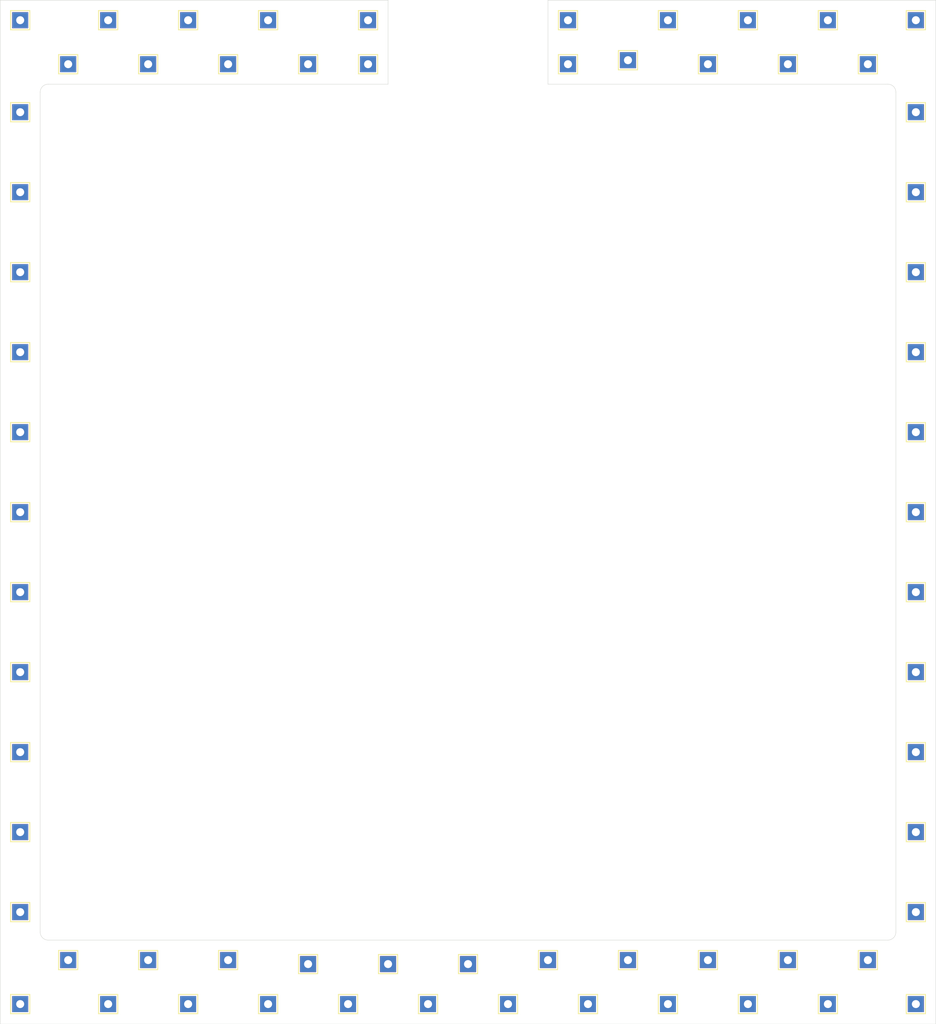
<source format=kicad_pcb>
(kicad_pcb (version 20171130) (host pcbnew "(5.1.2)-2")

  (general
    (thickness 1.6)
    (drawings 16)
    (tracks 0)
    (zones 0)
    (modules 65)
    (nets 1)
  )

  (page A4)
  (layers
    (0 F.Cu signal)
    (31 B.Cu signal)
    (32 B.Adhes user)
    (33 F.Adhes user)
    (34 B.Paste user)
    (35 F.Paste user)
    (36 B.SilkS user)
    (37 F.SilkS user)
    (38 B.Mask user)
    (39 F.Mask user)
    (40 Dwgs.User user)
    (41 Cmts.User user)
    (42 Eco1.User user)
    (43 Eco2.User user)
    (44 Edge.Cuts user)
    (45 Margin user)
    (46 B.CrtYd user)
    (47 F.CrtYd user)
    (48 B.Fab user)
    (49 F.Fab user)
  )

  (setup
    (last_trace_width 0.25)
    (trace_clearance 0.2)
    (zone_clearance 0.508)
    (zone_45_only no)
    (trace_min 0.2)
    (via_size 0.8)
    (via_drill 0.4)
    (via_min_size 0.4)
    (via_min_drill 0.3)
    (uvia_size 0.3)
    (uvia_drill 0.1)
    (uvias_allowed no)
    (uvia_min_size 0.2)
    (uvia_min_drill 0.1)
    (edge_width 0.05)
    (segment_width 0.2)
    (pcb_text_width 0.3)
    (pcb_text_size 1.5 1.5)
    (mod_edge_width 0.12)
    (mod_text_size 1 1)
    (mod_text_width 0.15)
    (pad_size 1.524 1.524)
    (pad_drill 0.762)
    (pad_to_mask_clearance 0.051)
    (solder_mask_min_width 0.25)
    (aux_axis_origin 0 0)
    (visible_elements FFFFFF7F)
    (pcbplotparams
      (layerselection 0x010f0_ffffffff)
      (usegerberextensions false)
      (usegerberattributes false)
      (usegerberadvancedattributes false)
      (creategerberjobfile false)
      (excludeedgelayer true)
      (linewidth 0.100000)
      (plotframeref false)
      (viasonmask false)
      (mode 1)
      (useauxorigin false)
      (hpglpennumber 1)
      (hpglpenspeed 20)
      (hpglpendiameter 15.000000)
      (psnegative false)
      (psa4output false)
      (plotreference true)
      (plotvalue true)
      (plotinvisibletext false)
      (padsonsilk false)
      (subtractmaskfromsilk false)
      (outputformat 1)
      (mirror false)
      (drillshape 0)
      (scaleselection 1)
      (outputdirectory "gerber/"))
  )

  (net 0 "")

  (net_class Default "This is the default net class."
    (clearance 0.2)
    (trace_width 0.25)
    (via_dia 0.8)
    (via_drill 0.4)
    (uvia_dia 0.3)
    (uvia_drill 0.1)
  )

  (module TestPoint:TestPoint_THTPad_2.0x2.0mm_Drill1.0mm (layer F.Cu) (tedit 5A0F774F) (tstamp 5D8BA16C)
    (at 100 156.5 180)
    (descr "THT rectangular pad as test Point, square 2.0mm_Drill1.0mm  side length, hole diameter 1.0mm")
    (tags "test point THT pad rectangle square")
    (attr virtual)
    (fp_text reference REF** (at 0 -1.998) (layer F.SilkS) hide
      (effects (font (size 1 1) (thickness 0.15)))
    )
    (fp_text value TestPoint_THTPad_2.0x2.0mm_Drill1.0mm (at 0 2.05) (layer F.Fab) hide
      (effects (font (size 1 1) (thickness 0.15)))
    )
    (fp_text user %R (at 0 -2) (layer F.Fab) hide
      (effects (font (size 1 1) (thickness 0.15)))
    )
    (fp_line (start -1.2 -1.2) (end 1.2 -1.2) (layer F.SilkS) (width 0.12))
    (fp_line (start 1.2 -1.2) (end 1.2 1.2) (layer F.SilkS) (width 0.12))
    (fp_line (start 1.2 1.2) (end -1.2 1.2) (layer F.SilkS) (width 0.12))
    (fp_line (start -1.2 1.2) (end -1.2 -1.2) (layer F.SilkS) (width 0.12))
    (fp_line (start -1.5 -1.5) (end 1.5 -1.5) (layer F.CrtYd) (width 0.05))
    (fp_line (start -1.5 -1.5) (end -1.5 1.5) (layer F.CrtYd) (width 0.05))
    (fp_line (start 1.5 1.5) (end 1.5 -1.5) (layer F.CrtYd) (width 0.05))
    (fp_line (start 1.5 1.5) (end -1.5 1.5) (layer F.CrtYd) (width 0.05))
    (pad 1 thru_hole rect (at 0 0 180) (size 2 2) (drill 1) (layers *.Cu *.Mask))
  )

  (module TestPoint:TestPoint_THTPad_2.0x2.0mm_Drill1.0mm (layer F.Cu) (tedit 5A0F774F) (tstamp 5D8BA07A)
    (at 105 161.5 180)
    (descr "THT rectangular pad as test Point, square 2.0mm_Drill1.0mm  side length, hole diameter 1.0mm")
    (tags "test point THT pad rectangle square")
    (attr virtual)
    (fp_text reference REF** (at 0 -1.998) (layer F.SilkS) hide
      (effects (font (size 1 1) (thickness 0.15)))
    )
    (fp_text value TestPoint_THTPad_2.0x2.0mm_Drill1.0mm (at 0 2.05) (layer F.Fab) hide
      (effects (font (size 1 1) (thickness 0.15)))
    )
    (fp_text user %R (at 0 -2) (layer F.Fab) hide
      (effects (font (size 1 1) (thickness 0.15)))
    )
    (fp_line (start -1.2 -1.2) (end 1.2 -1.2) (layer F.SilkS) (width 0.12))
    (fp_line (start 1.2 -1.2) (end 1.2 1.2) (layer F.SilkS) (width 0.12))
    (fp_line (start 1.2 1.2) (end -1.2 1.2) (layer F.SilkS) (width 0.12))
    (fp_line (start -1.2 1.2) (end -1.2 -1.2) (layer F.SilkS) (width 0.12))
    (fp_line (start -1.5 -1.5) (end 1.5 -1.5) (layer F.CrtYd) (width 0.05))
    (fp_line (start -1.5 -1.5) (end -1.5 1.5) (layer F.CrtYd) (width 0.05))
    (fp_line (start 1.5 1.5) (end 1.5 -1.5) (layer F.CrtYd) (width 0.05))
    (fp_line (start 1.5 1.5) (end -1.5 1.5) (layer F.CrtYd) (width 0.05))
    (pad 1 thru_hole rect (at 0 0 180) (size 2 2) (drill 1) (layers *.Cu *.Mask))
  )

  (module TestPoint:TestPoint_THTPad_2.0x2.0mm_Drill1.0mm (layer F.Cu) (tedit 5A0F774F) (tstamp 5D8BA0BF)
    (at 112.5 38.5 180)
    (descr "THT rectangular pad as test Point, square 2.0mm_Drill1.0mm  side length, hole diameter 1.0mm")
    (tags "test point THT pad rectangle square")
    (attr virtual)
    (fp_text reference REF** (at 0 -1.998) (layer F.SilkS) hide
      (effects (font (size 1 1) (thickness 0.15)))
    )
    (fp_text value TestPoint_THTPad_2.0x2.0mm_Drill1.0mm (at 0 2.05) (layer F.Fab) hide
      (effects (font (size 1 1) (thickness 0.15)))
    )
    (fp_line (start 1.5 1.5) (end -1.5 1.5) (layer F.CrtYd) (width 0.05))
    (fp_line (start 1.5 1.5) (end 1.5 -1.5) (layer F.CrtYd) (width 0.05))
    (fp_line (start -1.5 -1.5) (end -1.5 1.5) (layer F.CrtYd) (width 0.05))
    (fp_line (start -1.5 -1.5) (end 1.5 -1.5) (layer F.CrtYd) (width 0.05))
    (fp_line (start -1.2 1.2) (end -1.2 -1.2) (layer F.SilkS) (width 0.12))
    (fp_line (start 1.2 1.2) (end -1.2 1.2) (layer F.SilkS) (width 0.12))
    (fp_line (start 1.2 -1.2) (end 1.2 1.2) (layer F.SilkS) (width 0.12))
    (fp_line (start -1.2 -1.2) (end 1.2 -1.2) (layer F.SilkS) (width 0.12))
    (fp_text user %R (at 0 -2) (layer F.Fab) hide
      (effects (font (size 1 1) (thickness 0.15)))
    )
    (pad 1 thru_hole rect (at 0 0 180) (size 2 2) (drill 1) (layers *.Cu *.Mask))
  )

  (module TestPoint:TestPoint_THTPad_2.0x2.0mm_Drill1.0mm (layer F.Cu) (tedit 5A0F774F) (tstamp 5D8BA07A)
    (at 112.5 44 180)
    (descr "THT rectangular pad as test Point, square 2.0mm_Drill1.0mm  side length, hole diameter 1.0mm")
    (tags "test point THT pad rectangle square")
    (attr virtual)
    (fp_text reference REF** (at 0 -1.998) (layer F.SilkS) hide
      (effects (font (size 1 1) (thickness 0.15)))
    )
    (fp_text value TestPoint_THTPad_2.0x2.0mm_Drill1.0mm (at 0 2.05) (layer F.Fab) hide
      (effects (font (size 1 1) (thickness 0.15)))
    )
    (fp_text user %R (at 0 -2) (layer F.Fab) hide
      (effects (font (size 1 1) (thickness 0.15)))
    )
    (fp_line (start -1.2 -1.2) (end 1.2 -1.2) (layer F.SilkS) (width 0.12))
    (fp_line (start 1.2 -1.2) (end 1.2 1.2) (layer F.SilkS) (width 0.12))
    (fp_line (start 1.2 1.2) (end -1.2 1.2) (layer F.SilkS) (width 0.12))
    (fp_line (start -1.2 1.2) (end -1.2 -1.2) (layer F.SilkS) (width 0.12))
    (fp_line (start -1.5 -1.5) (end 1.5 -1.5) (layer F.CrtYd) (width 0.05))
    (fp_line (start -1.5 -1.5) (end -1.5 1.5) (layer F.CrtYd) (width 0.05))
    (fp_line (start 1.5 1.5) (end 1.5 -1.5) (layer F.CrtYd) (width 0.05))
    (fp_line (start 1.5 1.5) (end -1.5 1.5) (layer F.CrtYd) (width 0.05))
    (pad 1 thru_hole rect (at 0 0 180) (size 2 2) (drill 1) (layers *.Cu *.Mask))
  )

  (module TestPoint:TestPoint_THTPad_2.0x2.0mm_Drill1.0mm (layer F.Cu) (tedit 5A0F774F) (tstamp 5D8B8806)
    (at 120 43.5 180)
    (descr "THT rectangular pad as test Point, square 2.0mm_Drill1.0mm  side length, hole diameter 1.0mm")
    (tags "test point THT pad rectangle square")
    (attr virtual)
    (fp_text reference REF** (at 0 -1.998) (layer F.SilkS) hide
      (effects (font (size 1 1) (thickness 0.15)))
    )
    (fp_text value TestPoint_THTPad_2.0x2.0mm_Drill1.0mm (at 0 2.05) (layer F.Fab) hide
      (effects (font (size 1 1) (thickness 0.15)))
    )
    (fp_line (start 1.5 1.5) (end -1.5 1.5) (layer F.CrtYd) (width 0.05))
    (fp_line (start 1.5 1.5) (end 1.5 -1.5) (layer F.CrtYd) (width 0.05))
    (fp_line (start -1.5 -1.5) (end -1.5 1.5) (layer F.CrtYd) (width 0.05))
    (fp_line (start -1.5 -1.5) (end 1.5 -1.5) (layer F.CrtYd) (width 0.05))
    (fp_line (start -1.2 1.2) (end -1.2 -1.2) (layer F.SilkS) (width 0.12))
    (fp_line (start 1.2 1.2) (end -1.2 1.2) (layer F.SilkS) (width 0.12))
    (fp_line (start 1.2 -1.2) (end 1.2 1.2) (layer F.SilkS) (width 0.12))
    (fp_line (start -1.2 -1.2) (end 1.2 -1.2) (layer F.SilkS) (width 0.12))
    (fp_text user %R (at 0 -2) (layer F.Fab) hide
      (effects (font (size 1 1) (thickness 0.15)))
    )
    (pad 1 thru_hole rect (at 0 0 180) (size 2 2) (drill 1) (layers *.Cu *.Mask))
  )

  (module TestPoint:TestPoint_THTPad_2.0x2.0mm_Drill1.0mm (layer F.Cu) (tedit 5A0F774F) (tstamp 5D8B87F9)
    (at 130 44 180)
    (descr "THT rectangular pad as test Point, square 2.0mm_Drill1.0mm  side length, hole diameter 1.0mm")
    (tags "test point THT pad rectangle square")
    (attr virtual)
    (fp_text reference REF** (at 0 -1.998) (layer F.SilkS) hide
      (effects (font (size 1 1) (thickness 0.15)))
    )
    (fp_text value TestPoint_THTPad_2.0x2.0mm_Drill1.0mm (at 0 2.05) (layer F.Fab) hide
      (effects (font (size 1 1) (thickness 0.15)))
    )
    (fp_line (start 1.5 1.5) (end -1.5 1.5) (layer F.CrtYd) (width 0.05))
    (fp_line (start 1.5 1.5) (end 1.5 -1.5) (layer F.CrtYd) (width 0.05))
    (fp_line (start -1.5 -1.5) (end -1.5 1.5) (layer F.CrtYd) (width 0.05))
    (fp_line (start -1.5 -1.5) (end 1.5 -1.5) (layer F.CrtYd) (width 0.05))
    (fp_line (start -1.2 1.2) (end -1.2 -1.2) (layer F.SilkS) (width 0.12))
    (fp_line (start 1.2 1.2) (end -1.2 1.2) (layer F.SilkS) (width 0.12))
    (fp_line (start 1.2 -1.2) (end 1.2 1.2) (layer F.SilkS) (width 0.12))
    (fp_line (start -1.2 -1.2) (end 1.2 -1.2) (layer F.SilkS) (width 0.12))
    (fp_text user %R (at 0 -2) (layer F.Fab) hide
      (effects (font (size 1 1) (thickness 0.15)))
    )
    (pad 1 thru_hole rect (at 0 0 180) (size 2 2) (drill 1) (layers *.Cu *.Mask))
  )

  (module TestPoint:TestPoint_THTPad_2.0x2.0mm_Drill1.0mm (layer F.Cu) (tedit 5A0F774F) (tstamp 5D8B87DF)
    (at 125 38.5 180)
    (descr "THT rectangular pad as test Point, square 2.0mm_Drill1.0mm  side length, hole diameter 1.0mm")
    (tags "test point THT pad rectangle square")
    (attr virtual)
    (fp_text reference REF** (at 0 -1.998) (layer F.SilkS) hide
      (effects (font (size 1 1) (thickness 0.15)))
    )
    (fp_text value TestPoint_THTPad_2.0x2.0mm_Drill1.0mm (at 0 2.05) (layer F.Fab) hide
      (effects (font (size 1 1) (thickness 0.15)))
    )
    (fp_line (start 1.5 1.5) (end -1.5 1.5) (layer F.CrtYd) (width 0.05))
    (fp_line (start 1.5 1.5) (end 1.5 -1.5) (layer F.CrtYd) (width 0.05))
    (fp_line (start -1.5 -1.5) (end -1.5 1.5) (layer F.CrtYd) (width 0.05))
    (fp_line (start -1.5 -1.5) (end 1.5 -1.5) (layer F.CrtYd) (width 0.05))
    (fp_line (start -1.2 1.2) (end -1.2 -1.2) (layer F.SilkS) (width 0.12))
    (fp_line (start 1.2 1.2) (end -1.2 1.2) (layer F.SilkS) (width 0.12))
    (fp_line (start 1.2 -1.2) (end 1.2 1.2) (layer F.SilkS) (width 0.12))
    (fp_line (start -1.2 -1.2) (end 1.2 -1.2) (layer F.SilkS) (width 0.12))
    (fp_text user %R (at 0 -2) (layer F.Fab) hide
      (effects (font (size 1 1) (thickness 0.15)))
    )
    (pad 1 thru_hole rect (at 0 0 180) (size 2 2) (drill 1) (layers *.Cu *.Mask))
  )

  (module TestPoint:TestPoint_THTPad_2.0x2.0mm_Drill1.0mm (layer F.Cu) (tedit 5A0F774F) (tstamp 5D8B87D2)
    (at 135 38.5 180)
    (descr "THT rectangular pad as test Point, square 2.0mm_Drill1.0mm  side length, hole diameter 1.0mm")
    (tags "test point THT pad rectangle square")
    (attr virtual)
    (fp_text reference REF** (at 0 -1.998) (layer F.SilkS) hide
      (effects (font (size 1 1) (thickness 0.15)))
    )
    (fp_text value TestPoint_THTPad_2.0x2.0mm_Drill1.0mm (at 0 2.05) (layer F.Fab) hide
      (effects (font (size 1 1) (thickness 0.15)))
    )
    (fp_line (start 1.5 1.5) (end -1.5 1.5) (layer F.CrtYd) (width 0.05))
    (fp_line (start 1.5 1.5) (end 1.5 -1.5) (layer F.CrtYd) (width 0.05))
    (fp_line (start -1.5 -1.5) (end -1.5 1.5) (layer F.CrtYd) (width 0.05))
    (fp_line (start -1.5 -1.5) (end 1.5 -1.5) (layer F.CrtYd) (width 0.05))
    (fp_line (start -1.2 1.2) (end -1.2 -1.2) (layer F.SilkS) (width 0.12))
    (fp_line (start 1.2 1.2) (end -1.2 1.2) (layer F.SilkS) (width 0.12))
    (fp_line (start 1.2 -1.2) (end 1.2 1.2) (layer F.SilkS) (width 0.12))
    (fp_line (start -1.2 -1.2) (end 1.2 -1.2) (layer F.SilkS) (width 0.12))
    (fp_text user %R (at 0 -2) (layer F.Fab) hide
      (effects (font (size 1 1) (thickness 0.15)))
    )
    (pad 1 thru_hole rect (at 0 0 180) (size 2 2) (drill 1) (layers *.Cu *.Mask))
  )

  (module TestPoint:TestPoint_THTPad_2.0x2.0mm_Drill1.0mm (layer F.Cu) (tedit 5A0F774F) (tstamp 5D8B87C5)
    (at 140 44 180)
    (descr "THT rectangular pad as test Point, square 2.0mm_Drill1.0mm  side length, hole diameter 1.0mm")
    (tags "test point THT pad rectangle square")
    (attr virtual)
    (fp_text reference REF** (at 0 -1.998) (layer F.SilkS) hide
      (effects (font (size 1 1) (thickness 0.15)))
    )
    (fp_text value TestPoint_THTPad_2.0x2.0mm_Drill1.0mm (at 0 2.05) (layer F.Fab) hide
      (effects (font (size 1 1) (thickness 0.15)))
    )
    (fp_line (start 1.5 1.5) (end -1.5 1.5) (layer F.CrtYd) (width 0.05))
    (fp_line (start 1.5 1.5) (end 1.5 -1.5) (layer F.CrtYd) (width 0.05))
    (fp_line (start -1.5 -1.5) (end -1.5 1.5) (layer F.CrtYd) (width 0.05))
    (fp_line (start -1.5 -1.5) (end 1.5 -1.5) (layer F.CrtYd) (width 0.05))
    (fp_line (start -1.2 1.2) (end -1.2 -1.2) (layer F.SilkS) (width 0.12))
    (fp_line (start 1.2 1.2) (end -1.2 1.2) (layer F.SilkS) (width 0.12))
    (fp_line (start 1.2 -1.2) (end 1.2 1.2) (layer F.SilkS) (width 0.12))
    (fp_line (start -1.2 -1.2) (end 1.2 -1.2) (layer F.SilkS) (width 0.12))
    (fp_text user %R (at 0 -2) (layer F.Fab) hide
      (effects (font (size 1 1) (thickness 0.15)))
    )
    (pad 1 thru_hole rect (at 0 0 180) (size 2 2) (drill 1) (layers *.Cu *.Mask))
  )

  (module TestPoint:TestPoint_THTPad_2.0x2.0mm_Drill1.0mm (layer F.Cu) (tedit 5A0F774F) (tstamp 5D8B87B8)
    (at 145 38.5 180)
    (descr "THT rectangular pad as test Point, square 2.0mm_Drill1.0mm  side length, hole diameter 1.0mm")
    (tags "test point THT pad rectangle square")
    (attr virtual)
    (fp_text reference REF** (at 0 -1.998) (layer F.SilkS) hide
      (effects (font (size 1 1) (thickness 0.15)))
    )
    (fp_text value TestPoint_THTPad_2.0x2.0mm_Drill1.0mm (at 0 2.05) (layer F.Fab) hide
      (effects (font (size 1 1) (thickness 0.15)))
    )
    (fp_line (start 1.5 1.5) (end -1.5 1.5) (layer F.CrtYd) (width 0.05))
    (fp_line (start 1.5 1.5) (end 1.5 -1.5) (layer F.CrtYd) (width 0.05))
    (fp_line (start -1.5 -1.5) (end -1.5 1.5) (layer F.CrtYd) (width 0.05))
    (fp_line (start -1.5 -1.5) (end 1.5 -1.5) (layer F.CrtYd) (width 0.05))
    (fp_line (start -1.2 1.2) (end -1.2 -1.2) (layer F.SilkS) (width 0.12))
    (fp_line (start 1.2 1.2) (end -1.2 1.2) (layer F.SilkS) (width 0.12))
    (fp_line (start 1.2 -1.2) (end 1.2 1.2) (layer F.SilkS) (width 0.12))
    (fp_line (start -1.2 -1.2) (end 1.2 -1.2) (layer F.SilkS) (width 0.12))
    (fp_text user %R (at 0 -2) (layer F.Fab) hide
      (effects (font (size 1 1) (thickness 0.15)))
    )
    (pad 1 thru_hole rect (at 0 0 180) (size 2 2) (drill 1) (layers *.Cu *.Mask))
  )

  (module TestPoint:TestPoint_THTPad_2.0x2.0mm_Drill1.0mm (layer F.Cu) (tedit 5A0F774F) (tstamp 5D8B87AB)
    (at 150 44 180)
    (descr "THT rectangular pad as test Point, square 2.0mm_Drill1.0mm  side length, hole diameter 1.0mm")
    (tags "test point THT pad rectangle square")
    (attr virtual)
    (fp_text reference REF** (at 0 -1.998) (layer F.SilkS) hide
      (effects (font (size 1 1) (thickness 0.15)))
    )
    (fp_text value TestPoint_THTPad_2.0x2.0mm_Drill1.0mm (at 0 2.05) (layer F.Fab) hide
      (effects (font (size 1 1) (thickness 0.15)))
    )
    (fp_line (start 1.5 1.5) (end -1.5 1.5) (layer F.CrtYd) (width 0.05))
    (fp_line (start 1.5 1.5) (end 1.5 -1.5) (layer F.CrtYd) (width 0.05))
    (fp_line (start -1.5 -1.5) (end -1.5 1.5) (layer F.CrtYd) (width 0.05))
    (fp_line (start -1.5 -1.5) (end 1.5 -1.5) (layer F.CrtYd) (width 0.05))
    (fp_line (start -1.2 1.2) (end -1.2 -1.2) (layer F.SilkS) (width 0.12))
    (fp_line (start 1.2 1.2) (end -1.2 1.2) (layer F.SilkS) (width 0.12))
    (fp_line (start 1.2 -1.2) (end 1.2 1.2) (layer F.SilkS) (width 0.12))
    (fp_line (start -1.2 -1.2) (end 1.2 -1.2) (layer F.SilkS) (width 0.12))
    (fp_text user %R (at 0 -2) (layer F.Fab) hide
      (effects (font (size 1 1) (thickness 0.15)))
    )
    (pad 1 thru_hole rect (at 0 0 180) (size 2 2) (drill 1) (layers *.Cu *.Mask))
  )

  (module TestPoint:TestPoint_THTPad_2.0x2.0mm_Drill1.0mm (layer F.Cu) (tedit 5A0F774F) (tstamp 5D8B879E)
    (at 156 38.5 180)
    (descr "THT rectangular pad as test Point, square 2.0mm_Drill1.0mm  side length, hole diameter 1.0mm")
    (tags "test point THT pad rectangle square")
    (attr virtual)
    (fp_text reference REF** (at 0 -1.998) (layer F.SilkS) hide
      (effects (font (size 1 1) (thickness 0.15)))
    )
    (fp_text value TestPoint_THTPad_2.0x2.0mm_Drill1.0mm (at 0 2.05) (layer F.Fab) hide
      (effects (font (size 1 1) (thickness 0.15)))
    )
    (fp_line (start 1.5 1.5) (end -1.5 1.5) (layer F.CrtYd) (width 0.05))
    (fp_line (start 1.5 1.5) (end 1.5 -1.5) (layer F.CrtYd) (width 0.05))
    (fp_line (start -1.5 -1.5) (end -1.5 1.5) (layer F.CrtYd) (width 0.05))
    (fp_line (start -1.5 -1.5) (end 1.5 -1.5) (layer F.CrtYd) (width 0.05))
    (fp_line (start -1.2 1.2) (end -1.2 -1.2) (layer F.SilkS) (width 0.12))
    (fp_line (start 1.2 1.2) (end -1.2 1.2) (layer F.SilkS) (width 0.12))
    (fp_line (start 1.2 -1.2) (end 1.2 1.2) (layer F.SilkS) (width 0.12))
    (fp_line (start -1.2 -1.2) (end 1.2 -1.2) (layer F.SilkS) (width 0.12))
    (fp_text user %R (at 0 -2) (layer F.Fab) hide
      (effects (font (size 1 1) (thickness 0.15)))
    )
    (pad 1 thru_hole rect (at 0 0 180) (size 2 2) (drill 1) (layers *.Cu *.Mask))
  )

  (module TestPoint:TestPoint_THTPad_2.0x2.0mm_Drill1.0mm (layer F.Cu) (tedit 5A0F774F) (tstamp 5D8B8791)
    (at 156 50 180)
    (descr "THT rectangular pad as test Point, square 2.0mm_Drill1.0mm  side length, hole diameter 1.0mm")
    (tags "test point THT pad rectangle square")
    (attr virtual)
    (fp_text reference REF** (at 0 -1.998) (layer F.SilkS) hide
      (effects (font (size 1 1) (thickness 0.15)))
    )
    (fp_text value TestPoint_THTPad_2.0x2.0mm_Drill1.0mm (at 0 2.05) (layer F.Fab) hide
      (effects (font (size 1 1) (thickness 0.15)))
    )
    (fp_line (start 1.5 1.5) (end -1.5 1.5) (layer F.CrtYd) (width 0.05))
    (fp_line (start 1.5 1.5) (end 1.5 -1.5) (layer F.CrtYd) (width 0.05))
    (fp_line (start -1.5 -1.5) (end -1.5 1.5) (layer F.CrtYd) (width 0.05))
    (fp_line (start -1.5 -1.5) (end 1.5 -1.5) (layer F.CrtYd) (width 0.05))
    (fp_line (start -1.2 1.2) (end -1.2 -1.2) (layer F.SilkS) (width 0.12))
    (fp_line (start 1.2 1.2) (end -1.2 1.2) (layer F.SilkS) (width 0.12))
    (fp_line (start 1.2 -1.2) (end 1.2 1.2) (layer F.SilkS) (width 0.12))
    (fp_line (start -1.2 -1.2) (end 1.2 -1.2) (layer F.SilkS) (width 0.12))
    (fp_text user %R (at 0 -2) (layer F.Fab) hide
      (effects (font (size 1 1) (thickness 0.15)))
    )
    (pad 1 thru_hole rect (at 0 0 180) (size 2 2) (drill 1) (layers *.Cu *.Mask))
  )

  (module TestPoint:TestPoint_THTPad_2.0x2.0mm_Drill1.0mm (layer F.Cu) (tedit 5A0F774F) (tstamp 5D8B8784)
    (at 156 60 180)
    (descr "THT rectangular pad as test Point, square 2.0mm_Drill1.0mm  side length, hole diameter 1.0mm")
    (tags "test point THT pad rectangle square")
    (attr virtual)
    (fp_text reference REF** (at 0 -1.998) (layer F.SilkS) hide
      (effects (font (size 1 1) (thickness 0.15)))
    )
    (fp_text value TestPoint_THTPad_2.0x2.0mm_Drill1.0mm (at 0 2.05) (layer F.Fab) hide
      (effects (font (size 1 1) (thickness 0.15)))
    )
    (fp_line (start 1.5 1.5) (end -1.5 1.5) (layer F.CrtYd) (width 0.05))
    (fp_line (start 1.5 1.5) (end 1.5 -1.5) (layer F.CrtYd) (width 0.05))
    (fp_line (start -1.5 -1.5) (end -1.5 1.5) (layer F.CrtYd) (width 0.05))
    (fp_line (start -1.5 -1.5) (end 1.5 -1.5) (layer F.CrtYd) (width 0.05))
    (fp_line (start -1.2 1.2) (end -1.2 -1.2) (layer F.SilkS) (width 0.12))
    (fp_line (start 1.2 1.2) (end -1.2 1.2) (layer F.SilkS) (width 0.12))
    (fp_line (start 1.2 -1.2) (end 1.2 1.2) (layer F.SilkS) (width 0.12))
    (fp_line (start -1.2 -1.2) (end 1.2 -1.2) (layer F.SilkS) (width 0.12))
    (fp_text user %R (at 0 -2) (layer F.Fab) hide
      (effects (font (size 1 1) (thickness 0.15)))
    )
    (pad 1 thru_hole rect (at 0 0 180) (size 2 2) (drill 1) (layers *.Cu *.Mask))
  )

  (module TestPoint:TestPoint_THTPad_2.0x2.0mm_Drill1.0mm (layer F.Cu) (tedit 5A0F774F) (tstamp 5D8B8777)
    (at 156 70 180)
    (descr "THT rectangular pad as test Point, square 2.0mm_Drill1.0mm  side length, hole diameter 1.0mm")
    (tags "test point THT pad rectangle square")
    (attr virtual)
    (fp_text reference REF** (at 0 -1.998) (layer F.SilkS) hide
      (effects (font (size 1 1) (thickness 0.15)))
    )
    (fp_text value TestPoint_THTPad_2.0x2.0mm_Drill1.0mm (at 0 2.05) (layer F.Fab) hide
      (effects (font (size 1 1) (thickness 0.15)))
    )
    (fp_line (start 1.5 1.5) (end -1.5 1.5) (layer F.CrtYd) (width 0.05))
    (fp_line (start 1.5 1.5) (end 1.5 -1.5) (layer F.CrtYd) (width 0.05))
    (fp_line (start -1.5 -1.5) (end -1.5 1.5) (layer F.CrtYd) (width 0.05))
    (fp_line (start -1.5 -1.5) (end 1.5 -1.5) (layer F.CrtYd) (width 0.05))
    (fp_line (start -1.2 1.2) (end -1.2 -1.2) (layer F.SilkS) (width 0.12))
    (fp_line (start 1.2 1.2) (end -1.2 1.2) (layer F.SilkS) (width 0.12))
    (fp_line (start 1.2 -1.2) (end 1.2 1.2) (layer F.SilkS) (width 0.12))
    (fp_line (start -1.2 -1.2) (end 1.2 -1.2) (layer F.SilkS) (width 0.12))
    (fp_text user %R (at 0 -2) (layer F.Fab) hide
      (effects (font (size 1 1) (thickness 0.15)))
    )
    (pad 1 thru_hole rect (at 0 0 180) (size 2 2) (drill 1) (layers *.Cu *.Mask))
  )

  (module TestPoint:TestPoint_THTPad_2.0x2.0mm_Drill1.0mm (layer F.Cu) (tedit 5A0F774F) (tstamp 5D8B876A)
    (at 156 80 180)
    (descr "THT rectangular pad as test Point, square 2.0mm_Drill1.0mm  side length, hole diameter 1.0mm")
    (tags "test point THT pad rectangle square")
    (attr virtual)
    (fp_text reference REF** (at 0 -1.998) (layer F.SilkS) hide
      (effects (font (size 1 1) (thickness 0.15)))
    )
    (fp_text value TestPoint_THTPad_2.0x2.0mm_Drill1.0mm (at 0 2.05) (layer F.Fab) hide
      (effects (font (size 1 1) (thickness 0.15)))
    )
    (fp_line (start 1.5 1.5) (end -1.5 1.5) (layer F.CrtYd) (width 0.05))
    (fp_line (start 1.5 1.5) (end 1.5 -1.5) (layer F.CrtYd) (width 0.05))
    (fp_line (start -1.5 -1.5) (end -1.5 1.5) (layer F.CrtYd) (width 0.05))
    (fp_line (start -1.5 -1.5) (end 1.5 -1.5) (layer F.CrtYd) (width 0.05))
    (fp_line (start -1.2 1.2) (end -1.2 -1.2) (layer F.SilkS) (width 0.12))
    (fp_line (start 1.2 1.2) (end -1.2 1.2) (layer F.SilkS) (width 0.12))
    (fp_line (start 1.2 -1.2) (end 1.2 1.2) (layer F.SilkS) (width 0.12))
    (fp_line (start -1.2 -1.2) (end 1.2 -1.2) (layer F.SilkS) (width 0.12))
    (fp_text user %R (at 0 -2) (layer F.Fab) hide
      (effects (font (size 1 1) (thickness 0.15)))
    )
    (pad 1 thru_hole rect (at 0 0 180) (size 2 2) (drill 1) (layers *.Cu *.Mask))
  )

  (module TestPoint:TestPoint_THTPad_2.0x2.0mm_Drill1.0mm (layer F.Cu) (tedit 5A0F774F) (tstamp 5D8B875D)
    (at 156 90 180)
    (descr "THT rectangular pad as test Point, square 2.0mm_Drill1.0mm  side length, hole diameter 1.0mm")
    (tags "test point THT pad rectangle square")
    (attr virtual)
    (fp_text reference REF** (at 0 -1.998) (layer F.SilkS) hide
      (effects (font (size 1 1) (thickness 0.15)))
    )
    (fp_text value TestPoint_THTPad_2.0x2.0mm_Drill1.0mm (at 0 2.05) (layer F.Fab) hide
      (effects (font (size 1 1) (thickness 0.15)))
    )
    (fp_line (start 1.5 1.5) (end -1.5 1.5) (layer F.CrtYd) (width 0.05))
    (fp_line (start 1.5 1.5) (end 1.5 -1.5) (layer F.CrtYd) (width 0.05))
    (fp_line (start -1.5 -1.5) (end -1.5 1.5) (layer F.CrtYd) (width 0.05))
    (fp_line (start -1.5 -1.5) (end 1.5 -1.5) (layer F.CrtYd) (width 0.05))
    (fp_line (start -1.2 1.2) (end -1.2 -1.2) (layer F.SilkS) (width 0.12))
    (fp_line (start 1.2 1.2) (end -1.2 1.2) (layer F.SilkS) (width 0.12))
    (fp_line (start 1.2 -1.2) (end 1.2 1.2) (layer F.SilkS) (width 0.12))
    (fp_line (start -1.2 -1.2) (end 1.2 -1.2) (layer F.SilkS) (width 0.12))
    (fp_text user %R (at 0 -2) (layer F.Fab) hide
      (effects (font (size 1 1) (thickness 0.15)))
    )
    (pad 1 thru_hole rect (at 0 0 180) (size 2 2) (drill 1) (layers *.Cu *.Mask))
  )

  (module TestPoint:TestPoint_THTPad_2.0x2.0mm_Drill1.0mm (layer F.Cu) (tedit 5A0F774F) (tstamp 5D8B8750)
    (at 156 100 180)
    (descr "THT rectangular pad as test Point, square 2.0mm_Drill1.0mm  side length, hole diameter 1.0mm")
    (tags "test point THT pad rectangle square")
    (attr virtual)
    (fp_text reference REF** (at 0 -1.998) (layer F.SilkS) hide
      (effects (font (size 1 1) (thickness 0.15)))
    )
    (fp_text value TestPoint_THTPad_2.0x2.0mm_Drill1.0mm (at 0 2.05) (layer F.Fab) hide
      (effects (font (size 1 1) (thickness 0.15)))
    )
    (fp_line (start 1.5 1.5) (end -1.5 1.5) (layer F.CrtYd) (width 0.05))
    (fp_line (start 1.5 1.5) (end 1.5 -1.5) (layer F.CrtYd) (width 0.05))
    (fp_line (start -1.5 -1.5) (end -1.5 1.5) (layer F.CrtYd) (width 0.05))
    (fp_line (start -1.5 -1.5) (end 1.5 -1.5) (layer F.CrtYd) (width 0.05))
    (fp_line (start -1.2 1.2) (end -1.2 -1.2) (layer F.SilkS) (width 0.12))
    (fp_line (start 1.2 1.2) (end -1.2 1.2) (layer F.SilkS) (width 0.12))
    (fp_line (start 1.2 -1.2) (end 1.2 1.2) (layer F.SilkS) (width 0.12))
    (fp_line (start -1.2 -1.2) (end 1.2 -1.2) (layer F.SilkS) (width 0.12))
    (fp_text user %R (at 0 -2) (layer F.Fab) hide
      (effects (font (size 1 1) (thickness 0.15)))
    )
    (pad 1 thru_hole rect (at 0 0 180) (size 2 2) (drill 1) (layers *.Cu *.Mask))
  )

  (module TestPoint:TestPoint_THTPad_2.0x2.0mm_Drill1.0mm (layer F.Cu) (tedit 5A0F774F) (tstamp 5D8B8743)
    (at 156 110 180)
    (descr "THT rectangular pad as test Point, square 2.0mm_Drill1.0mm  side length, hole diameter 1.0mm")
    (tags "test point THT pad rectangle square")
    (attr virtual)
    (fp_text reference REF** (at 0 -1.998) (layer F.SilkS) hide
      (effects (font (size 1 1) (thickness 0.15)))
    )
    (fp_text value TestPoint_THTPad_2.0x2.0mm_Drill1.0mm (at 0 2.05) (layer F.Fab) hide
      (effects (font (size 1 1) (thickness 0.15)))
    )
    (fp_line (start 1.5 1.5) (end -1.5 1.5) (layer F.CrtYd) (width 0.05))
    (fp_line (start 1.5 1.5) (end 1.5 -1.5) (layer F.CrtYd) (width 0.05))
    (fp_line (start -1.5 -1.5) (end -1.5 1.5) (layer F.CrtYd) (width 0.05))
    (fp_line (start -1.5 -1.5) (end 1.5 -1.5) (layer F.CrtYd) (width 0.05))
    (fp_line (start -1.2 1.2) (end -1.2 -1.2) (layer F.SilkS) (width 0.12))
    (fp_line (start 1.2 1.2) (end -1.2 1.2) (layer F.SilkS) (width 0.12))
    (fp_line (start 1.2 -1.2) (end 1.2 1.2) (layer F.SilkS) (width 0.12))
    (fp_line (start -1.2 -1.2) (end 1.2 -1.2) (layer F.SilkS) (width 0.12))
    (fp_text user %R (at 0 -2) (layer F.Fab) hide
      (effects (font (size 1 1) (thickness 0.15)))
    )
    (pad 1 thru_hole rect (at 0 0 180) (size 2 2) (drill 1) (layers *.Cu *.Mask))
  )

  (module TestPoint:TestPoint_THTPad_2.0x2.0mm_Drill1.0mm (layer F.Cu) (tedit 5A0F774F) (tstamp 5D8B8736)
    (at 156 120 180)
    (descr "THT rectangular pad as test Point, square 2.0mm_Drill1.0mm  side length, hole diameter 1.0mm")
    (tags "test point THT pad rectangle square")
    (attr virtual)
    (fp_text reference REF** (at 0 -1.998) (layer F.SilkS) hide
      (effects (font (size 1 1) (thickness 0.15)))
    )
    (fp_text value TestPoint_THTPad_2.0x2.0mm_Drill1.0mm (at 0 2.05) (layer F.Fab) hide
      (effects (font (size 1 1) (thickness 0.15)))
    )
    (fp_line (start 1.5 1.5) (end -1.5 1.5) (layer F.CrtYd) (width 0.05))
    (fp_line (start 1.5 1.5) (end 1.5 -1.5) (layer F.CrtYd) (width 0.05))
    (fp_line (start -1.5 -1.5) (end -1.5 1.5) (layer F.CrtYd) (width 0.05))
    (fp_line (start -1.5 -1.5) (end 1.5 -1.5) (layer F.CrtYd) (width 0.05))
    (fp_line (start -1.2 1.2) (end -1.2 -1.2) (layer F.SilkS) (width 0.12))
    (fp_line (start 1.2 1.2) (end -1.2 1.2) (layer F.SilkS) (width 0.12))
    (fp_line (start 1.2 -1.2) (end 1.2 1.2) (layer F.SilkS) (width 0.12))
    (fp_line (start -1.2 -1.2) (end 1.2 -1.2) (layer F.SilkS) (width 0.12))
    (fp_text user %R (at 0 -2) (layer F.Fab) hide
      (effects (font (size 1 1) (thickness 0.15)))
    )
    (pad 1 thru_hole rect (at 0 0 180) (size 2 2) (drill 1) (layers *.Cu *.Mask))
  )

  (module TestPoint:TestPoint_THTPad_2.0x2.0mm_Drill1.0mm (layer F.Cu) (tedit 5A0F774F) (tstamp 5D8B8729)
    (at 156 130 180)
    (descr "THT rectangular pad as test Point, square 2.0mm_Drill1.0mm  side length, hole diameter 1.0mm")
    (tags "test point THT pad rectangle square")
    (attr virtual)
    (fp_text reference REF** (at 0 -1.998) (layer F.SilkS) hide
      (effects (font (size 1 1) (thickness 0.15)))
    )
    (fp_text value TestPoint_THTPad_2.0x2.0mm_Drill1.0mm (at 0 2.05) (layer F.Fab) hide
      (effects (font (size 1 1) (thickness 0.15)))
    )
    (fp_line (start 1.5 1.5) (end -1.5 1.5) (layer F.CrtYd) (width 0.05))
    (fp_line (start 1.5 1.5) (end 1.5 -1.5) (layer F.CrtYd) (width 0.05))
    (fp_line (start -1.5 -1.5) (end -1.5 1.5) (layer F.CrtYd) (width 0.05))
    (fp_line (start -1.5 -1.5) (end 1.5 -1.5) (layer F.CrtYd) (width 0.05))
    (fp_line (start -1.2 1.2) (end -1.2 -1.2) (layer F.SilkS) (width 0.12))
    (fp_line (start 1.2 1.2) (end -1.2 1.2) (layer F.SilkS) (width 0.12))
    (fp_line (start 1.2 -1.2) (end 1.2 1.2) (layer F.SilkS) (width 0.12))
    (fp_line (start -1.2 -1.2) (end 1.2 -1.2) (layer F.SilkS) (width 0.12))
    (fp_text user %R (at 0 -2) (layer F.Fab) hide
      (effects (font (size 1 1) (thickness 0.15)))
    )
    (pad 1 thru_hole rect (at 0 0 180) (size 2 2) (drill 1) (layers *.Cu *.Mask))
  )

  (module TestPoint:TestPoint_THTPad_2.0x2.0mm_Drill1.0mm (layer F.Cu) (tedit 5A0F774F) (tstamp 5D8B871C)
    (at 156 140 180)
    (descr "THT rectangular pad as test Point, square 2.0mm_Drill1.0mm  side length, hole diameter 1.0mm")
    (tags "test point THT pad rectangle square")
    (attr virtual)
    (fp_text reference REF** (at 0 -1.998) (layer F.SilkS) hide
      (effects (font (size 1 1) (thickness 0.15)))
    )
    (fp_text value TestPoint_THTPad_2.0x2.0mm_Drill1.0mm (at 0 2.05) (layer F.Fab) hide
      (effects (font (size 1 1) (thickness 0.15)))
    )
    (fp_line (start 1.5 1.5) (end -1.5 1.5) (layer F.CrtYd) (width 0.05))
    (fp_line (start 1.5 1.5) (end 1.5 -1.5) (layer F.CrtYd) (width 0.05))
    (fp_line (start -1.5 -1.5) (end -1.5 1.5) (layer F.CrtYd) (width 0.05))
    (fp_line (start -1.5 -1.5) (end 1.5 -1.5) (layer F.CrtYd) (width 0.05))
    (fp_line (start -1.2 1.2) (end -1.2 -1.2) (layer F.SilkS) (width 0.12))
    (fp_line (start 1.2 1.2) (end -1.2 1.2) (layer F.SilkS) (width 0.12))
    (fp_line (start 1.2 -1.2) (end 1.2 1.2) (layer F.SilkS) (width 0.12))
    (fp_line (start -1.2 -1.2) (end 1.2 -1.2) (layer F.SilkS) (width 0.12))
    (fp_text user %R (at 0 -2) (layer F.Fab) hide
      (effects (font (size 1 1) (thickness 0.15)))
    )
    (pad 1 thru_hole rect (at 0 0 180) (size 2 2) (drill 1) (layers *.Cu *.Mask))
  )

  (module TestPoint:TestPoint_THTPad_2.0x2.0mm_Drill1.0mm (layer F.Cu) (tedit 5A0F774F) (tstamp 5D8B870F)
    (at 120 156 180)
    (descr "THT rectangular pad as test Point, square 2.0mm_Drill1.0mm  side length, hole diameter 1.0mm")
    (tags "test point THT pad rectangle square")
    (attr virtual)
    (fp_text reference REF** (at 0 -1.998) (layer F.SilkS) hide
      (effects (font (size 1 1) (thickness 0.15)))
    )
    (fp_text value TestPoint_THTPad_2.0x2.0mm_Drill1.0mm (at 0 2.05) (layer F.Fab) hide
      (effects (font (size 1 1) (thickness 0.15)))
    )
    (fp_line (start 1.5 1.5) (end -1.5 1.5) (layer F.CrtYd) (width 0.05))
    (fp_line (start 1.5 1.5) (end 1.5 -1.5) (layer F.CrtYd) (width 0.05))
    (fp_line (start -1.5 -1.5) (end -1.5 1.5) (layer F.CrtYd) (width 0.05))
    (fp_line (start -1.5 -1.5) (end 1.5 -1.5) (layer F.CrtYd) (width 0.05))
    (fp_line (start -1.2 1.2) (end -1.2 -1.2) (layer F.SilkS) (width 0.12))
    (fp_line (start 1.2 1.2) (end -1.2 1.2) (layer F.SilkS) (width 0.12))
    (fp_line (start 1.2 -1.2) (end 1.2 1.2) (layer F.SilkS) (width 0.12))
    (fp_line (start -1.2 -1.2) (end 1.2 -1.2) (layer F.SilkS) (width 0.12))
    (fp_text user %R (at 0 -2) (layer F.Fab) hide
      (effects (font (size 1 1) (thickness 0.15)))
    )
    (pad 1 thru_hole rect (at 0 0 180) (size 2 2) (drill 1) (layers *.Cu *.Mask))
  )

  (module TestPoint:TestPoint_THTPad_2.0x2.0mm_Drill1.0mm (layer F.Cu) (tedit 5A0F774F) (tstamp 5D8B8702)
    (at 130 156 180)
    (descr "THT rectangular pad as test Point, square 2.0mm_Drill1.0mm  side length, hole diameter 1.0mm")
    (tags "test point THT pad rectangle square")
    (attr virtual)
    (fp_text reference REF** (at 0 -1.998) (layer F.SilkS) hide
      (effects (font (size 1 1) (thickness 0.15)))
    )
    (fp_text value TestPoint_THTPad_2.0x2.0mm_Drill1.0mm (at 0 2.05) (layer F.Fab) hide
      (effects (font (size 1 1) (thickness 0.15)))
    )
    (fp_line (start 1.5 1.5) (end -1.5 1.5) (layer F.CrtYd) (width 0.05))
    (fp_line (start 1.5 1.5) (end 1.5 -1.5) (layer F.CrtYd) (width 0.05))
    (fp_line (start -1.5 -1.5) (end -1.5 1.5) (layer F.CrtYd) (width 0.05))
    (fp_line (start -1.5 -1.5) (end 1.5 -1.5) (layer F.CrtYd) (width 0.05))
    (fp_line (start -1.2 1.2) (end -1.2 -1.2) (layer F.SilkS) (width 0.12))
    (fp_line (start 1.2 1.2) (end -1.2 1.2) (layer F.SilkS) (width 0.12))
    (fp_line (start 1.2 -1.2) (end 1.2 1.2) (layer F.SilkS) (width 0.12))
    (fp_line (start -1.2 -1.2) (end 1.2 -1.2) (layer F.SilkS) (width 0.12))
    (fp_text user %R (at 0 -2) (layer F.Fab) hide
      (effects (font (size 1 1) (thickness 0.15)))
    )
    (pad 1 thru_hole rect (at 0 0 180) (size 2 2) (drill 1) (layers *.Cu *.Mask))
  )

  (module TestPoint:TestPoint_THTPad_2.0x2.0mm_Drill1.0mm (layer F.Cu) (tedit 5A0F774F) (tstamp 5D8B86F5)
    (at 140 156 180)
    (descr "THT rectangular pad as test Point, square 2.0mm_Drill1.0mm  side length, hole diameter 1.0mm")
    (tags "test point THT pad rectangle square")
    (attr virtual)
    (fp_text reference REF** (at 0 -1.998) (layer F.SilkS) hide
      (effects (font (size 1 1) (thickness 0.15)))
    )
    (fp_text value TestPoint_THTPad_2.0x2.0mm_Drill1.0mm (at 0 2.05) (layer F.Fab) hide
      (effects (font (size 1 1) (thickness 0.15)))
    )
    (fp_line (start 1.5 1.5) (end -1.5 1.5) (layer F.CrtYd) (width 0.05))
    (fp_line (start 1.5 1.5) (end 1.5 -1.5) (layer F.CrtYd) (width 0.05))
    (fp_line (start -1.5 -1.5) (end -1.5 1.5) (layer F.CrtYd) (width 0.05))
    (fp_line (start -1.5 -1.5) (end 1.5 -1.5) (layer F.CrtYd) (width 0.05))
    (fp_line (start -1.2 1.2) (end -1.2 -1.2) (layer F.SilkS) (width 0.12))
    (fp_line (start 1.2 1.2) (end -1.2 1.2) (layer F.SilkS) (width 0.12))
    (fp_line (start 1.2 -1.2) (end 1.2 1.2) (layer F.SilkS) (width 0.12))
    (fp_line (start -1.2 -1.2) (end 1.2 -1.2) (layer F.SilkS) (width 0.12))
    (fp_text user %R (at 0 -2) (layer F.Fab) hide
      (effects (font (size 1 1) (thickness 0.15)))
    )
    (pad 1 thru_hole rect (at 0 0 180) (size 2 2) (drill 1) (layers *.Cu *.Mask))
  )

  (module TestPoint:TestPoint_THTPad_2.0x2.0mm_Drill1.0mm (layer F.Cu) (tedit 5A0F774F) (tstamp 5D8B86E8)
    (at 125 161.5 180)
    (descr "THT rectangular pad as test Point, square 2.0mm_Drill1.0mm  side length, hole diameter 1.0mm")
    (tags "test point THT pad rectangle square")
    (attr virtual)
    (fp_text reference REF** (at 0 -1.998) (layer F.SilkS) hide
      (effects (font (size 1 1) (thickness 0.15)))
    )
    (fp_text value TestPoint_THTPad_2.0x2.0mm_Drill1.0mm (at 0 2.05) (layer F.Fab) hide
      (effects (font (size 1 1) (thickness 0.15)))
    )
    (fp_line (start 1.5 1.5) (end -1.5 1.5) (layer F.CrtYd) (width 0.05))
    (fp_line (start 1.5 1.5) (end 1.5 -1.5) (layer F.CrtYd) (width 0.05))
    (fp_line (start -1.5 -1.5) (end -1.5 1.5) (layer F.CrtYd) (width 0.05))
    (fp_line (start -1.5 -1.5) (end 1.5 -1.5) (layer F.CrtYd) (width 0.05))
    (fp_line (start -1.2 1.2) (end -1.2 -1.2) (layer F.SilkS) (width 0.12))
    (fp_line (start 1.2 1.2) (end -1.2 1.2) (layer F.SilkS) (width 0.12))
    (fp_line (start 1.2 -1.2) (end 1.2 1.2) (layer F.SilkS) (width 0.12))
    (fp_line (start -1.2 -1.2) (end 1.2 -1.2) (layer F.SilkS) (width 0.12))
    (fp_text user %R (at 0 -2) (layer F.Fab) hide
      (effects (font (size 1 1) (thickness 0.15)))
    )
    (pad 1 thru_hole rect (at 0 0 180) (size 2 2) (drill 1) (layers *.Cu *.Mask))
  )

  (module TestPoint:TestPoint_THTPad_2.0x2.0mm_Drill1.0mm (layer F.Cu) (tedit 5A0F774F) (tstamp 5D8B86DB)
    (at 135 161.5 180)
    (descr "THT rectangular pad as test Point, square 2.0mm_Drill1.0mm  side length, hole diameter 1.0mm")
    (tags "test point THT pad rectangle square")
    (attr virtual)
    (fp_text reference REF** (at 0 -1.998) (layer F.SilkS) hide
      (effects (font (size 1 1) (thickness 0.15)))
    )
    (fp_text value TestPoint_THTPad_2.0x2.0mm_Drill1.0mm (at 0 2.05) (layer F.Fab) hide
      (effects (font (size 1 1) (thickness 0.15)))
    )
    (fp_line (start 1.5 1.5) (end -1.5 1.5) (layer F.CrtYd) (width 0.05))
    (fp_line (start 1.5 1.5) (end 1.5 -1.5) (layer F.CrtYd) (width 0.05))
    (fp_line (start -1.5 -1.5) (end -1.5 1.5) (layer F.CrtYd) (width 0.05))
    (fp_line (start -1.5 -1.5) (end 1.5 -1.5) (layer F.CrtYd) (width 0.05))
    (fp_line (start -1.2 1.2) (end -1.2 -1.2) (layer F.SilkS) (width 0.12))
    (fp_line (start 1.2 1.2) (end -1.2 1.2) (layer F.SilkS) (width 0.12))
    (fp_line (start 1.2 -1.2) (end 1.2 1.2) (layer F.SilkS) (width 0.12))
    (fp_line (start -1.2 -1.2) (end 1.2 -1.2) (layer F.SilkS) (width 0.12))
    (fp_text user %R (at 0 -2) (layer F.Fab) hide
      (effects (font (size 1 1) (thickness 0.15)))
    )
    (pad 1 thru_hole rect (at 0 0 180) (size 2 2) (drill 1) (layers *.Cu *.Mask))
  )

  (module TestPoint:TestPoint_THTPad_2.0x2.0mm_Drill1.0mm (layer F.Cu) (tedit 5A0F774F) (tstamp 5D8B86CE)
    (at 145 161.5 180)
    (descr "THT rectangular pad as test Point, square 2.0mm_Drill1.0mm  side length, hole diameter 1.0mm")
    (tags "test point THT pad rectangle square")
    (attr virtual)
    (fp_text reference REF** (at 0 -1.998) (layer F.SilkS) hide
      (effects (font (size 1 1) (thickness 0.15)))
    )
    (fp_text value TestPoint_THTPad_2.0x2.0mm_Drill1.0mm (at 0 2.05) (layer F.Fab) hide
      (effects (font (size 1 1) (thickness 0.15)))
    )
    (fp_line (start 1.5 1.5) (end -1.5 1.5) (layer F.CrtYd) (width 0.05))
    (fp_line (start 1.5 1.5) (end 1.5 -1.5) (layer F.CrtYd) (width 0.05))
    (fp_line (start -1.5 -1.5) (end -1.5 1.5) (layer F.CrtYd) (width 0.05))
    (fp_line (start -1.5 -1.5) (end 1.5 -1.5) (layer F.CrtYd) (width 0.05))
    (fp_line (start -1.2 1.2) (end -1.2 -1.2) (layer F.SilkS) (width 0.12))
    (fp_line (start 1.2 1.2) (end -1.2 1.2) (layer F.SilkS) (width 0.12))
    (fp_line (start 1.2 -1.2) (end 1.2 1.2) (layer F.SilkS) (width 0.12))
    (fp_line (start -1.2 -1.2) (end 1.2 -1.2) (layer F.SilkS) (width 0.12))
    (fp_text user %R (at 0 -2) (layer F.Fab) hide
      (effects (font (size 1 1) (thickness 0.15)))
    )
    (pad 1 thru_hole rect (at 0 0 180) (size 2 2) (drill 1) (layers *.Cu *.Mask))
  )

  (module TestPoint:TestPoint_THTPad_2.0x2.0mm_Drill1.0mm (layer F.Cu) (tedit 5A0F774F) (tstamp 5D8B86C1)
    (at 156 150 180)
    (descr "THT rectangular pad as test Point, square 2.0mm_Drill1.0mm  side length, hole diameter 1.0mm")
    (tags "test point THT pad rectangle square")
    (attr virtual)
    (fp_text reference REF** (at 0 -1.998) (layer F.SilkS) hide
      (effects (font (size 1 1) (thickness 0.15)))
    )
    (fp_text value TestPoint_THTPad_2.0x2.0mm_Drill1.0mm (at 0 2.05) (layer F.Fab) hide
      (effects (font (size 1 1) (thickness 0.15)))
    )
    (fp_line (start 1.5 1.5) (end -1.5 1.5) (layer F.CrtYd) (width 0.05))
    (fp_line (start 1.5 1.5) (end 1.5 -1.5) (layer F.CrtYd) (width 0.05))
    (fp_line (start -1.5 -1.5) (end -1.5 1.5) (layer F.CrtYd) (width 0.05))
    (fp_line (start -1.5 -1.5) (end 1.5 -1.5) (layer F.CrtYd) (width 0.05))
    (fp_line (start -1.2 1.2) (end -1.2 -1.2) (layer F.SilkS) (width 0.12))
    (fp_line (start 1.2 1.2) (end -1.2 1.2) (layer F.SilkS) (width 0.12))
    (fp_line (start 1.2 -1.2) (end 1.2 1.2) (layer F.SilkS) (width 0.12))
    (fp_line (start -1.2 -1.2) (end 1.2 -1.2) (layer F.SilkS) (width 0.12))
    (fp_text user %R (at 0 -2) (layer F.Fab) hide
      (effects (font (size 1 1) (thickness 0.15)))
    )
    (pad 1 thru_hole rect (at 0 0 180) (size 2 2) (drill 1) (layers *.Cu *.Mask))
  )

  (module TestPoint:TestPoint_THTPad_2.0x2.0mm_Drill1.0mm (layer F.Cu) (tedit 5A0F774F) (tstamp 5D8B86B4)
    (at 150 156 180)
    (descr "THT rectangular pad as test Point, square 2.0mm_Drill1.0mm  side length, hole diameter 1.0mm")
    (tags "test point THT pad rectangle square")
    (attr virtual)
    (fp_text reference REF** (at 0 -1.998) (layer F.SilkS) hide
      (effects (font (size 1 1) (thickness 0.15)))
    )
    (fp_text value TestPoint_THTPad_2.0x2.0mm_Drill1.0mm (at 0 2.05) (layer F.Fab) hide
      (effects (font (size 1 1) (thickness 0.15)))
    )
    (fp_line (start 1.5 1.5) (end -1.5 1.5) (layer F.CrtYd) (width 0.05))
    (fp_line (start 1.5 1.5) (end 1.5 -1.5) (layer F.CrtYd) (width 0.05))
    (fp_line (start -1.5 -1.5) (end -1.5 1.5) (layer F.CrtYd) (width 0.05))
    (fp_line (start -1.5 -1.5) (end 1.5 -1.5) (layer F.CrtYd) (width 0.05))
    (fp_line (start -1.2 1.2) (end -1.2 -1.2) (layer F.SilkS) (width 0.12))
    (fp_line (start 1.2 1.2) (end -1.2 1.2) (layer F.SilkS) (width 0.12))
    (fp_line (start 1.2 -1.2) (end 1.2 1.2) (layer F.SilkS) (width 0.12))
    (fp_line (start -1.2 -1.2) (end 1.2 -1.2) (layer F.SilkS) (width 0.12))
    (fp_text user %R (at 0 -2) (layer F.Fab) hide
      (effects (font (size 1 1) (thickness 0.15)))
    )
    (pad 1 thru_hole rect (at 0 0 180) (size 2 2) (drill 1) (layers *.Cu *.Mask))
  )

  (module TestPoint:TestPoint_THTPad_2.0x2.0mm_Drill1.0mm (layer F.Cu) (tedit 5A0F774F) (tstamp 5D8B869A)
    (at 156 161.5 180)
    (descr "THT rectangular pad as test Point, square 2.0mm_Drill1.0mm  side length, hole diameter 1.0mm")
    (tags "test point THT pad rectangle square")
    (attr virtual)
    (fp_text reference REF** (at 0 -1.998) (layer F.SilkS) hide
      (effects (font (size 1 1) (thickness 0.15)))
    )
    (fp_text value TestPoint_THTPad_2.0x2.0mm_Drill1.0mm (at 0 2.05) (layer F.Fab) hide
      (effects (font (size 1 1) (thickness 0.15)))
    )
    (fp_line (start 1.5 1.5) (end -1.5 1.5) (layer F.CrtYd) (width 0.05))
    (fp_line (start 1.5 1.5) (end 1.5 -1.5) (layer F.CrtYd) (width 0.05))
    (fp_line (start -1.5 -1.5) (end -1.5 1.5) (layer F.CrtYd) (width 0.05))
    (fp_line (start -1.5 -1.5) (end 1.5 -1.5) (layer F.CrtYd) (width 0.05))
    (fp_line (start -1.2 1.2) (end -1.2 -1.2) (layer F.SilkS) (width 0.12))
    (fp_line (start 1.2 1.2) (end -1.2 1.2) (layer F.SilkS) (width 0.12))
    (fp_line (start 1.2 -1.2) (end 1.2 1.2) (layer F.SilkS) (width 0.12))
    (fp_line (start -1.2 -1.2) (end 1.2 -1.2) (layer F.SilkS) (width 0.12))
    (fp_text user %R (at 0 -2) (layer F.Fab) hide
      (effects (font (size 1 1) (thickness 0.15)))
    )
    (pad 1 thru_hole rect (at 0 0 180) (size 2 2) (drill 1) (layers *.Cu *.Mask))
  )

  (module TestPoint:TestPoint_THTPad_2.0x2.0mm_Drill1.0mm (layer F.Cu) (tedit 5A0F774F) (tstamp 5D8B868D)
    (at 115 161.5 180)
    (descr "THT rectangular pad as test Point, square 2.0mm_Drill1.0mm  side length, hole diameter 1.0mm")
    (tags "test point THT pad rectangle square")
    (attr virtual)
    (fp_text reference REF** (at 0 -1.998) (layer F.SilkS) hide
      (effects (font (size 1 1) (thickness 0.15)))
    )
    (fp_text value TestPoint_THTPad_2.0x2.0mm_Drill1.0mm (at 0 2.05) (layer F.Fab) hide
      (effects (font (size 1 1) (thickness 0.15)))
    )
    (fp_line (start 1.5 1.5) (end -1.5 1.5) (layer F.CrtYd) (width 0.05))
    (fp_line (start 1.5 1.5) (end 1.5 -1.5) (layer F.CrtYd) (width 0.05))
    (fp_line (start -1.5 -1.5) (end -1.5 1.5) (layer F.CrtYd) (width 0.05))
    (fp_line (start -1.5 -1.5) (end 1.5 -1.5) (layer F.CrtYd) (width 0.05))
    (fp_line (start -1.2 1.2) (end -1.2 -1.2) (layer F.SilkS) (width 0.12))
    (fp_line (start 1.2 1.2) (end -1.2 1.2) (layer F.SilkS) (width 0.12))
    (fp_line (start 1.2 -1.2) (end 1.2 1.2) (layer F.SilkS) (width 0.12))
    (fp_line (start -1.2 -1.2) (end 1.2 -1.2) (layer F.SilkS) (width 0.12))
    (fp_text user %R (at 0 -2) (layer F.Fab) hide
      (effects (font (size 1 1) (thickness 0.15)))
    )
    (pad 1 thru_hole rect (at 0 0 180) (size 2 2) (drill 1) (layers *.Cu *.Mask))
  )

  (module TestPoint:TestPoint_THTPad_2.0x2.0mm_Drill1.0mm (layer F.Cu) (tedit 5A0F774F) (tstamp 5D8B834B)
    (at 110 156)
    (descr "THT rectangular pad as test Point, square 2.0mm_Drill1.0mm  side length, hole diameter 1.0mm")
    (tags "test point THT pad rectangle square")
    (attr virtual)
    (fp_text reference REF** (at 0 -1.998) (layer F.SilkS) hide
      (effects (font (size 1 1) (thickness 0.15)))
    )
    (fp_text value TestPoint_THTPad_2.0x2.0mm_Drill1.0mm (at 0 2.05) (layer F.Fab) hide
      (effects (font (size 1 1) (thickness 0.15)))
    )
    (fp_text user %R (at 0 -2) (layer F.Fab) hide
      (effects (font (size 1 1) (thickness 0.15)))
    )
    (fp_line (start -1.2 -1.2) (end 1.2 -1.2) (layer F.SilkS) (width 0.12))
    (fp_line (start 1.2 -1.2) (end 1.2 1.2) (layer F.SilkS) (width 0.12))
    (fp_line (start 1.2 1.2) (end -1.2 1.2) (layer F.SilkS) (width 0.12))
    (fp_line (start -1.2 1.2) (end -1.2 -1.2) (layer F.SilkS) (width 0.12))
    (fp_line (start -1.5 -1.5) (end 1.5 -1.5) (layer F.CrtYd) (width 0.05))
    (fp_line (start -1.5 -1.5) (end -1.5 1.5) (layer F.CrtYd) (width 0.05))
    (fp_line (start 1.5 1.5) (end 1.5 -1.5) (layer F.CrtYd) (width 0.05))
    (fp_line (start 1.5 1.5) (end -1.5 1.5) (layer F.CrtYd) (width 0.05))
    (pad 1 thru_hole rect (at 0 0) (size 2 2) (drill 1) (layers *.Cu *.Mask))
  )

  (module TestPoint:TestPoint_THTPad_2.0x2.0mm_Drill1.0mm (layer F.Cu) (tedit 5A0F774F) (tstamp 5D8B834B)
    (at 95 161.5)
    (descr "THT rectangular pad as test Point, square 2.0mm_Drill1.0mm  side length, hole diameter 1.0mm")
    (tags "test point THT pad rectangle square")
    (attr virtual)
    (fp_text reference REF** (at 0 -1.998) (layer F.SilkS) hide
      (effects (font (size 1 1) (thickness 0.15)))
    )
    (fp_text value TestPoint_THTPad_2.0x2.0mm_Drill1.0mm (at 0 2.05) (layer F.Fab) hide
      (effects (font (size 1 1) (thickness 0.15)))
    )
    (fp_text user %R (at 0 -2) (layer F.Fab) hide
      (effects (font (size 1 1) (thickness 0.15)))
    )
    (fp_line (start -1.2 -1.2) (end 1.2 -1.2) (layer F.SilkS) (width 0.12))
    (fp_line (start 1.2 -1.2) (end 1.2 1.2) (layer F.SilkS) (width 0.12))
    (fp_line (start 1.2 1.2) (end -1.2 1.2) (layer F.SilkS) (width 0.12))
    (fp_line (start -1.2 1.2) (end -1.2 -1.2) (layer F.SilkS) (width 0.12))
    (fp_line (start -1.5 -1.5) (end 1.5 -1.5) (layer F.CrtYd) (width 0.05))
    (fp_line (start -1.5 -1.5) (end -1.5 1.5) (layer F.CrtYd) (width 0.05))
    (fp_line (start 1.5 1.5) (end 1.5 -1.5) (layer F.CrtYd) (width 0.05))
    (fp_line (start 1.5 1.5) (end -1.5 1.5) (layer F.CrtYd) (width 0.05))
    (pad 1 thru_hole rect (at 0 0) (size 2 2) (drill 1) (layers *.Cu *.Mask))
  )

  (module TestPoint:TestPoint_THTPad_2.0x2.0mm_Drill1.0mm (layer F.Cu) (tedit 5A0F774F) (tstamp 5D8B834B)
    (at 90 156.5)
    (descr "THT rectangular pad as test Point, square 2.0mm_Drill1.0mm  side length, hole diameter 1.0mm")
    (tags "test point THT pad rectangle square")
    (attr virtual)
    (fp_text reference REF** (at 0 -1.998) (layer F.SilkS) hide
      (effects (font (size 1 1) (thickness 0.15)))
    )
    (fp_text value TestPoint_THTPad_2.0x2.0mm_Drill1.0mm (at 0 2.05) (layer F.Fab) hide
      (effects (font (size 1 1) (thickness 0.15)))
    )
    (fp_text user %R (at 0 -2) (layer F.Fab) hide
      (effects (font (size 1 1) (thickness 0.15)))
    )
    (fp_line (start -1.2 -1.2) (end 1.2 -1.2) (layer F.SilkS) (width 0.12))
    (fp_line (start 1.2 -1.2) (end 1.2 1.2) (layer F.SilkS) (width 0.12))
    (fp_line (start 1.2 1.2) (end -1.2 1.2) (layer F.SilkS) (width 0.12))
    (fp_line (start -1.2 1.2) (end -1.2 -1.2) (layer F.SilkS) (width 0.12))
    (fp_line (start -1.5 -1.5) (end 1.5 -1.5) (layer F.CrtYd) (width 0.05))
    (fp_line (start -1.5 -1.5) (end -1.5 1.5) (layer F.CrtYd) (width 0.05))
    (fp_line (start 1.5 1.5) (end 1.5 -1.5) (layer F.CrtYd) (width 0.05))
    (fp_line (start 1.5 1.5) (end -1.5 1.5) (layer F.CrtYd) (width 0.05))
    (pad 1 thru_hole rect (at 0 0) (size 2 2) (drill 1) (layers *.Cu *.Mask))
  )

  (module TestPoint:TestPoint_THTPad_2.0x2.0mm_Drill1.0mm (layer F.Cu) (tedit 5A0F774F) (tstamp 5D8B8611)
    (at 80 156.5)
    (descr "THT rectangular pad as test Point, square 2.0mm_Drill1.0mm  side length, hole diameter 1.0mm")
    (tags "test point THT pad rectangle square")
    (attr virtual)
    (fp_text reference REF** (at 0 -1.998) (layer F.SilkS) hide
      (effects (font (size 1 1) (thickness 0.15)))
    )
    (fp_text value TestPoint_THTPad_2.0x2.0mm_Drill1.0mm (at 0 2.05) (layer F.Fab) hide
      (effects (font (size 1 1) (thickness 0.15)))
    )
    (fp_text user %R (at 0 -2) (layer F.Fab) hide
      (effects (font (size 1 1) (thickness 0.15)))
    )
    (fp_line (start -1.2 -1.2) (end 1.2 -1.2) (layer F.SilkS) (width 0.12))
    (fp_line (start 1.2 -1.2) (end 1.2 1.2) (layer F.SilkS) (width 0.12))
    (fp_line (start 1.2 1.2) (end -1.2 1.2) (layer F.SilkS) (width 0.12))
    (fp_line (start -1.2 1.2) (end -1.2 -1.2) (layer F.SilkS) (width 0.12))
    (fp_line (start -1.5 -1.5) (end 1.5 -1.5) (layer F.CrtYd) (width 0.05))
    (fp_line (start -1.5 -1.5) (end -1.5 1.5) (layer F.CrtYd) (width 0.05))
    (fp_line (start 1.5 1.5) (end 1.5 -1.5) (layer F.CrtYd) (width 0.05))
    (fp_line (start 1.5 1.5) (end -1.5 1.5) (layer F.CrtYd) (width 0.05))
    (pad 1 thru_hole rect (at 0 0) (size 2 2) (drill 1) (layers *.Cu *.Mask))
  )

  (module TestPoint:TestPoint_THTPad_2.0x2.0mm_Drill1.0mm (layer F.Cu) (tedit 5A0F774F) (tstamp 5D8B834B)
    (at 70 156)
    (descr "THT rectangular pad as test Point, square 2.0mm_Drill1.0mm  side length, hole diameter 1.0mm")
    (tags "test point THT pad rectangle square")
    (attr virtual)
    (fp_text reference REF** (at 0 -1.998) (layer F.SilkS) hide
      (effects (font (size 1 1) (thickness 0.15)))
    )
    (fp_text value TestPoint_THTPad_2.0x2.0mm_Drill1.0mm (at 0 2.05) (layer F.Fab) hide
      (effects (font (size 1 1) (thickness 0.15)))
    )
    (fp_text user %R (at 0 -2) (layer F.Fab) hide
      (effects (font (size 1 1) (thickness 0.15)))
    )
    (fp_line (start -1.2 -1.2) (end 1.2 -1.2) (layer F.SilkS) (width 0.12))
    (fp_line (start 1.2 -1.2) (end 1.2 1.2) (layer F.SilkS) (width 0.12))
    (fp_line (start 1.2 1.2) (end -1.2 1.2) (layer F.SilkS) (width 0.12))
    (fp_line (start -1.2 1.2) (end -1.2 -1.2) (layer F.SilkS) (width 0.12))
    (fp_line (start -1.5 -1.5) (end 1.5 -1.5) (layer F.CrtYd) (width 0.05))
    (fp_line (start -1.5 -1.5) (end -1.5 1.5) (layer F.CrtYd) (width 0.05))
    (fp_line (start 1.5 1.5) (end 1.5 -1.5) (layer F.CrtYd) (width 0.05))
    (fp_line (start 1.5 1.5) (end -1.5 1.5) (layer F.CrtYd) (width 0.05))
    (pad 1 thru_hole rect (at 0 0) (size 2 2) (drill 1) (layers *.Cu *.Mask))
  )

  (module TestPoint:TestPoint_THTPad_2.0x2.0mm_Drill1.0mm (layer F.Cu) (tedit 5A0F774F) (tstamp 5D8B834B)
    (at 85 161.5)
    (descr "THT rectangular pad as test Point, square 2.0mm_Drill1.0mm  side length, hole diameter 1.0mm")
    (tags "test point THT pad rectangle square")
    (attr virtual)
    (fp_text reference REF** (at 0 -1.998) (layer F.SilkS) hide
      (effects (font (size 1 1) (thickness 0.15)))
    )
    (fp_text value TestPoint_THTPad_2.0x2.0mm_Drill1.0mm (at 0 2.05) (layer F.Fab) hide
      (effects (font (size 1 1) (thickness 0.15)))
    )
    (fp_text user %R (at 0 -2) (layer F.Fab) hide
      (effects (font (size 1 1) (thickness 0.15)))
    )
    (fp_line (start -1.2 -1.2) (end 1.2 -1.2) (layer F.SilkS) (width 0.12))
    (fp_line (start 1.2 -1.2) (end 1.2 1.2) (layer F.SilkS) (width 0.12))
    (fp_line (start 1.2 1.2) (end -1.2 1.2) (layer F.SilkS) (width 0.12))
    (fp_line (start -1.2 1.2) (end -1.2 -1.2) (layer F.SilkS) (width 0.12))
    (fp_line (start -1.5 -1.5) (end 1.5 -1.5) (layer F.CrtYd) (width 0.05))
    (fp_line (start -1.5 -1.5) (end -1.5 1.5) (layer F.CrtYd) (width 0.05))
    (fp_line (start 1.5 1.5) (end 1.5 -1.5) (layer F.CrtYd) (width 0.05))
    (fp_line (start 1.5 1.5) (end -1.5 1.5) (layer F.CrtYd) (width 0.05))
    (pad 1 thru_hole rect (at 0 0) (size 2 2) (drill 1) (layers *.Cu *.Mask))
  )

  (module TestPoint:TestPoint_THTPad_2.0x2.0mm_Drill1.0mm (layer F.Cu) (tedit 5A0F774F) (tstamp 5D8B834B)
    (at 75 161.5)
    (descr "THT rectangular pad as test Point, square 2.0mm_Drill1.0mm  side length, hole diameter 1.0mm")
    (tags "test point THT pad rectangle square")
    (attr virtual)
    (fp_text reference REF** (at 0 -1.998) (layer F.SilkS) hide
      (effects (font (size 1 1) (thickness 0.15)))
    )
    (fp_text value TestPoint_THTPad_2.0x2.0mm_Drill1.0mm (at 0 2.05) (layer F.Fab) hide
      (effects (font (size 1 1) (thickness 0.15)))
    )
    (fp_text user %R (at 0 -2) (layer F.Fab) hide
      (effects (font (size 1 1) (thickness 0.15)))
    )
    (fp_line (start -1.2 -1.2) (end 1.2 -1.2) (layer F.SilkS) (width 0.12))
    (fp_line (start 1.2 -1.2) (end 1.2 1.2) (layer F.SilkS) (width 0.12))
    (fp_line (start 1.2 1.2) (end -1.2 1.2) (layer F.SilkS) (width 0.12))
    (fp_line (start -1.2 1.2) (end -1.2 -1.2) (layer F.SilkS) (width 0.12))
    (fp_line (start -1.5 -1.5) (end 1.5 -1.5) (layer F.CrtYd) (width 0.05))
    (fp_line (start -1.5 -1.5) (end -1.5 1.5) (layer F.CrtYd) (width 0.05))
    (fp_line (start 1.5 1.5) (end 1.5 -1.5) (layer F.CrtYd) (width 0.05))
    (fp_line (start 1.5 1.5) (end -1.5 1.5) (layer F.CrtYd) (width 0.05))
    (pad 1 thru_hole rect (at 0 0) (size 2 2) (drill 1) (layers *.Cu *.Mask))
  )

  (module TestPoint:TestPoint_THTPad_2.0x2.0mm_Drill1.0mm (layer F.Cu) (tedit 5A0F774F) (tstamp 5D8B834B)
    (at 65 161.5)
    (descr "THT rectangular pad as test Point, square 2.0mm_Drill1.0mm  side length, hole diameter 1.0mm")
    (tags "test point THT pad rectangle square")
    (attr virtual)
    (fp_text reference REF** (at 0 -1.998) (layer F.SilkS) hide
      (effects (font (size 1 1) (thickness 0.15)))
    )
    (fp_text value TestPoint_THTPad_2.0x2.0mm_Drill1.0mm (at 0 2.05) (layer F.Fab) hide
      (effects (font (size 1 1) (thickness 0.15)))
    )
    (fp_text user %R (at 0 -2) (layer F.Fab) hide
      (effects (font (size 1 1) (thickness 0.15)))
    )
    (fp_line (start -1.2 -1.2) (end 1.2 -1.2) (layer F.SilkS) (width 0.12))
    (fp_line (start 1.2 -1.2) (end 1.2 1.2) (layer F.SilkS) (width 0.12))
    (fp_line (start 1.2 1.2) (end -1.2 1.2) (layer F.SilkS) (width 0.12))
    (fp_line (start -1.2 1.2) (end -1.2 -1.2) (layer F.SilkS) (width 0.12))
    (fp_line (start -1.5 -1.5) (end 1.5 -1.5) (layer F.CrtYd) (width 0.05))
    (fp_line (start -1.5 -1.5) (end -1.5 1.5) (layer F.CrtYd) (width 0.05))
    (fp_line (start 1.5 1.5) (end 1.5 -1.5) (layer F.CrtYd) (width 0.05))
    (fp_line (start 1.5 1.5) (end -1.5 1.5) (layer F.CrtYd) (width 0.05))
    (pad 1 thru_hole rect (at 0 0) (size 2 2) (drill 1) (layers *.Cu *.Mask))
  )

  (module TestPoint:TestPoint_THTPad_2.0x2.0mm_Drill1.0mm (layer F.Cu) (tedit 5A0F774F) (tstamp 5D8B834B)
    (at 60 156)
    (descr "THT rectangular pad as test Point, square 2.0mm_Drill1.0mm  side length, hole diameter 1.0mm")
    (tags "test point THT pad rectangle square")
    (attr virtual)
    (fp_text reference REF** (at 0 -1.998) (layer F.SilkS) hide
      (effects (font (size 1 1) (thickness 0.15)))
    )
    (fp_text value TestPoint_THTPad_2.0x2.0mm_Drill1.0mm (at 0 2.05) (layer F.Fab) hide
      (effects (font (size 1 1) (thickness 0.15)))
    )
    (fp_text user %R (at 0 -2) (layer F.Fab) hide
      (effects (font (size 1 1) (thickness 0.15)))
    )
    (fp_line (start -1.2 -1.2) (end 1.2 -1.2) (layer F.SilkS) (width 0.12))
    (fp_line (start 1.2 -1.2) (end 1.2 1.2) (layer F.SilkS) (width 0.12))
    (fp_line (start 1.2 1.2) (end -1.2 1.2) (layer F.SilkS) (width 0.12))
    (fp_line (start -1.2 1.2) (end -1.2 -1.2) (layer F.SilkS) (width 0.12))
    (fp_line (start -1.5 -1.5) (end 1.5 -1.5) (layer F.CrtYd) (width 0.05))
    (fp_line (start -1.5 -1.5) (end -1.5 1.5) (layer F.CrtYd) (width 0.05))
    (fp_line (start 1.5 1.5) (end 1.5 -1.5) (layer F.CrtYd) (width 0.05))
    (fp_line (start 1.5 1.5) (end -1.5 1.5) (layer F.CrtYd) (width 0.05))
    (pad 1 thru_hole rect (at 0 0) (size 2 2) (drill 1) (layers *.Cu *.Mask))
  )

  (module TestPoint:TestPoint_THTPad_2.0x2.0mm_Drill1.0mm (layer F.Cu) (tedit 5A0F774F) (tstamp 5D8B834B)
    (at 55 161.5)
    (descr "THT rectangular pad as test Point, square 2.0mm_Drill1.0mm  side length, hole diameter 1.0mm")
    (tags "test point THT pad rectangle square")
    (attr virtual)
    (fp_text reference REF** (at 0 -1.998) (layer F.SilkS) hide
      (effects (font (size 1 1) (thickness 0.15)))
    )
    (fp_text value TestPoint_THTPad_2.0x2.0mm_Drill1.0mm (at 0 2.05) (layer F.Fab) hide
      (effects (font (size 1 1) (thickness 0.15)))
    )
    (fp_text user %R (at 0 -2) (layer F.Fab) hide
      (effects (font (size 1 1) (thickness 0.15)))
    )
    (fp_line (start -1.2 -1.2) (end 1.2 -1.2) (layer F.SilkS) (width 0.12))
    (fp_line (start 1.2 -1.2) (end 1.2 1.2) (layer F.SilkS) (width 0.12))
    (fp_line (start 1.2 1.2) (end -1.2 1.2) (layer F.SilkS) (width 0.12))
    (fp_line (start -1.2 1.2) (end -1.2 -1.2) (layer F.SilkS) (width 0.12))
    (fp_line (start -1.5 -1.5) (end 1.5 -1.5) (layer F.CrtYd) (width 0.05))
    (fp_line (start -1.5 -1.5) (end -1.5 1.5) (layer F.CrtYd) (width 0.05))
    (fp_line (start 1.5 1.5) (end 1.5 -1.5) (layer F.CrtYd) (width 0.05))
    (fp_line (start 1.5 1.5) (end -1.5 1.5) (layer F.CrtYd) (width 0.05))
    (pad 1 thru_hole rect (at 0 0) (size 2 2) (drill 1) (layers *.Cu *.Mask))
  )

  (module TestPoint:TestPoint_THTPad_2.0x2.0mm_Drill1.0mm (layer F.Cu) (tedit 5A0F774F) (tstamp 5D8B834B)
    (at 50 156)
    (descr "THT rectangular pad as test Point, square 2.0mm_Drill1.0mm  side length, hole diameter 1.0mm")
    (tags "test point THT pad rectangle square")
    (attr virtual)
    (fp_text reference REF** (at 0 -1.998) (layer F.SilkS) hide
      (effects (font (size 1 1) (thickness 0.15)))
    )
    (fp_text value TestPoint_THTPad_2.0x2.0mm_Drill1.0mm (at 0 2.05) (layer F.Fab) hide
      (effects (font (size 1 1) (thickness 0.15)))
    )
    (fp_text user %R (at 0 -2) (layer F.Fab) hide
      (effects (font (size 1 1) (thickness 0.15)))
    )
    (fp_line (start -1.2 -1.2) (end 1.2 -1.2) (layer F.SilkS) (width 0.12))
    (fp_line (start 1.2 -1.2) (end 1.2 1.2) (layer F.SilkS) (width 0.12))
    (fp_line (start 1.2 1.2) (end -1.2 1.2) (layer F.SilkS) (width 0.12))
    (fp_line (start -1.2 1.2) (end -1.2 -1.2) (layer F.SilkS) (width 0.12))
    (fp_line (start -1.5 -1.5) (end 1.5 -1.5) (layer F.CrtYd) (width 0.05))
    (fp_line (start -1.5 -1.5) (end -1.5 1.5) (layer F.CrtYd) (width 0.05))
    (fp_line (start 1.5 1.5) (end 1.5 -1.5) (layer F.CrtYd) (width 0.05))
    (fp_line (start 1.5 1.5) (end -1.5 1.5) (layer F.CrtYd) (width 0.05))
    (pad 1 thru_hole rect (at 0 0) (size 2 2) (drill 1) (layers *.Cu *.Mask))
  )

  (module TestPoint:TestPoint_THTPad_2.0x2.0mm_Drill1.0mm (layer F.Cu) (tedit 5A0F774F) (tstamp 5D8B834B)
    (at 44 161.5)
    (descr "THT rectangular pad as test Point, square 2.0mm_Drill1.0mm  side length, hole diameter 1.0mm")
    (tags "test point THT pad rectangle square")
    (attr virtual)
    (fp_text reference REF** (at 0 -1.998) (layer F.SilkS) hide
      (effects (font (size 1 1) (thickness 0.15)))
    )
    (fp_text value TestPoint_THTPad_2.0x2.0mm_Drill1.0mm (at 0 2.05) (layer F.Fab) hide
      (effects (font (size 1 1) (thickness 0.15)))
    )
    (fp_text user %R (at 0 -2) (layer F.Fab) hide
      (effects (font (size 1 1) (thickness 0.15)))
    )
    (fp_line (start -1.2 -1.2) (end 1.2 -1.2) (layer F.SilkS) (width 0.12))
    (fp_line (start 1.2 -1.2) (end 1.2 1.2) (layer F.SilkS) (width 0.12))
    (fp_line (start 1.2 1.2) (end -1.2 1.2) (layer F.SilkS) (width 0.12))
    (fp_line (start -1.2 1.2) (end -1.2 -1.2) (layer F.SilkS) (width 0.12))
    (fp_line (start -1.5 -1.5) (end 1.5 -1.5) (layer F.CrtYd) (width 0.05))
    (fp_line (start -1.5 -1.5) (end -1.5 1.5) (layer F.CrtYd) (width 0.05))
    (fp_line (start 1.5 1.5) (end 1.5 -1.5) (layer F.CrtYd) (width 0.05))
    (fp_line (start 1.5 1.5) (end -1.5 1.5) (layer F.CrtYd) (width 0.05))
    (pad 1 thru_hole rect (at 0 0) (size 2 2) (drill 1) (layers *.Cu *.Mask))
  )

  (module TestPoint:TestPoint_THTPad_2.0x2.0mm_Drill1.0mm (layer F.Cu) (tedit 5A0F774F) (tstamp 5D8B834B)
    (at 44 150)
    (descr "THT rectangular pad as test Point, square 2.0mm_Drill1.0mm  side length, hole diameter 1.0mm")
    (tags "test point THT pad rectangle square")
    (attr virtual)
    (fp_text reference REF** (at 0 -1.998) (layer F.SilkS) hide
      (effects (font (size 1 1) (thickness 0.15)))
    )
    (fp_text value TestPoint_THTPad_2.0x2.0mm_Drill1.0mm (at 0 2.05) (layer F.Fab) hide
      (effects (font (size 1 1) (thickness 0.15)))
    )
    (fp_text user %R (at 0 -2) (layer F.Fab) hide
      (effects (font (size 1 1) (thickness 0.15)))
    )
    (fp_line (start -1.2 -1.2) (end 1.2 -1.2) (layer F.SilkS) (width 0.12))
    (fp_line (start 1.2 -1.2) (end 1.2 1.2) (layer F.SilkS) (width 0.12))
    (fp_line (start 1.2 1.2) (end -1.2 1.2) (layer F.SilkS) (width 0.12))
    (fp_line (start -1.2 1.2) (end -1.2 -1.2) (layer F.SilkS) (width 0.12))
    (fp_line (start -1.5 -1.5) (end 1.5 -1.5) (layer F.CrtYd) (width 0.05))
    (fp_line (start -1.5 -1.5) (end -1.5 1.5) (layer F.CrtYd) (width 0.05))
    (fp_line (start 1.5 1.5) (end 1.5 -1.5) (layer F.CrtYd) (width 0.05))
    (fp_line (start 1.5 1.5) (end -1.5 1.5) (layer F.CrtYd) (width 0.05))
    (pad 1 thru_hole rect (at 0 0) (size 2 2) (drill 1) (layers *.Cu *.Mask))
  )

  (module TestPoint:TestPoint_THTPad_2.0x2.0mm_Drill1.0mm (layer F.Cu) (tedit 5A0F774F) (tstamp 5D8B834B)
    (at 44 140)
    (descr "THT rectangular pad as test Point, square 2.0mm_Drill1.0mm  side length, hole diameter 1.0mm")
    (tags "test point THT pad rectangle square")
    (attr virtual)
    (fp_text reference REF** (at 0 -1.998) (layer F.SilkS) hide
      (effects (font (size 1 1) (thickness 0.15)))
    )
    (fp_text value TestPoint_THTPad_2.0x2.0mm_Drill1.0mm (at 0 2.05) (layer F.Fab) hide
      (effects (font (size 1 1) (thickness 0.15)))
    )
    (fp_text user %R (at 0 -2) (layer F.Fab) hide
      (effects (font (size 1 1) (thickness 0.15)))
    )
    (fp_line (start -1.2 -1.2) (end 1.2 -1.2) (layer F.SilkS) (width 0.12))
    (fp_line (start 1.2 -1.2) (end 1.2 1.2) (layer F.SilkS) (width 0.12))
    (fp_line (start 1.2 1.2) (end -1.2 1.2) (layer F.SilkS) (width 0.12))
    (fp_line (start -1.2 1.2) (end -1.2 -1.2) (layer F.SilkS) (width 0.12))
    (fp_line (start -1.5 -1.5) (end 1.5 -1.5) (layer F.CrtYd) (width 0.05))
    (fp_line (start -1.5 -1.5) (end -1.5 1.5) (layer F.CrtYd) (width 0.05))
    (fp_line (start 1.5 1.5) (end 1.5 -1.5) (layer F.CrtYd) (width 0.05))
    (fp_line (start 1.5 1.5) (end -1.5 1.5) (layer F.CrtYd) (width 0.05))
    (pad 1 thru_hole rect (at 0 0) (size 2 2) (drill 1) (layers *.Cu *.Mask))
  )

  (module TestPoint:TestPoint_THTPad_2.0x2.0mm_Drill1.0mm (layer F.Cu) (tedit 5A0F774F) (tstamp 5D8B834B)
    (at 44 130)
    (descr "THT rectangular pad as test Point, square 2.0mm_Drill1.0mm  side length, hole diameter 1.0mm")
    (tags "test point THT pad rectangle square")
    (attr virtual)
    (fp_text reference REF** (at 0 -1.998) (layer F.SilkS) hide
      (effects (font (size 1 1) (thickness 0.15)))
    )
    (fp_text value TestPoint_THTPad_2.0x2.0mm_Drill1.0mm (at 0 2.05) (layer F.Fab) hide
      (effects (font (size 1 1) (thickness 0.15)))
    )
    (fp_text user %R (at 0 -2) (layer F.Fab) hide
      (effects (font (size 1 1) (thickness 0.15)))
    )
    (fp_line (start -1.2 -1.2) (end 1.2 -1.2) (layer F.SilkS) (width 0.12))
    (fp_line (start 1.2 -1.2) (end 1.2 1.2) (layer F.SilkS) (width 0.12))
    (fp_line (start 1.2 1.2) (end -1.2 1.2) (layer F.SilkS) (width 0.12))
    (fp_line (start -1.2 1.2) (end -1.2 -1.2) (layer F.SilkS) (width 0.12))
    (fp_line (start -1.5 -1.5) (end 1.5 -1.5) (layer F.CrtYd) (width 0.05))
    (fp_line (start -1.5 -1.5) (end -1.5 1.5) (layer F.CrtYd) (width 0.05))
    (fp_line (start 1.5 1.5) (end 1.5 -1.5) (layer F.CrtYd) (width 0.05))
    (fp_line (start 1.5 1.5) (end -1.5 1.5) (layer F.CrtYd) (width 0.05))
    (pad 1 thru_hole rect (at 0 0) (size 2 2) (drill 1) (layers *.Cu *.Mask))
  )

  (module TestPoint:TestPoint_THTPad_2.0x2.0mm_Drill1.0mm (layer F.Cu) (tedit 5A0F774F) (tstamp 5D8B834B)
    (at 44 120)
    (descr "THT rectangular pad as test Point, square 2.0mm_Drill1.0mm  side length, hole diameter 1.0mm")
    (tags "test point THT pad rectangle square")
    (attr virtual)
    (fp_text reference REF** (at 0 -1.998) (layer F.SilkS) hide
      (effects (font (size 1 1) (thickness 0.15)))
    )
    (fp_text value TestPoint_THTPad_2.0x2.0mm_Drill1.0mm (at 0 2.05) (layer F.Fab) hide
      (effects (font (size 1 1) (thickness 0.15)))
    )
    (fp_text user %R (at 0 -2) (layer F.Fab) hide
      (effects (font (size 1 1) (thickness 0.15)))
    )
    (fp_line (start -1.2 -1.2) (end 1.2 -1.2) (layer F.SilkS) (width 0.12))
    (fp_line (start 1.2 -1.2) (end 1.2 1.2) (layer F.SilkS) (width 0.12))
    (fp_line (start 1.2 1.2) (end -1.2 1.2) (layer F.SilkS) (width 0.12))
    (fp_line (start -1.2 1.2) (end -1.2 -1.2) (layer F.SilkS) (width 0.12))
    (fp_line (start -1.5 -1.5) (end 1.5 -1.5) (layer F.CrtYd) (width 0.05))
    (fp_line (start -1.5 -1.5) (end -1.5 1.5) (layer F.CrtYd) (width 0.05))
    (fp_line (start 1.5 1.5) (end 1.5 -1.5) (layer F.CrtYd) (width 0.05))
    (fp_line (start 1.5 1.5) (end -1.5 1.5) (layer F.CrtYd) (width 0.05))
    (pad 1 thru_hole rect (at 0 0) (size 2 2) (drill 1) (layers *.Cu *.Mask))
  )

  (module TestPoint:TestPoint_THTPad_2.0x2.0mm_Drill1.0mm (layer F.Cu) (tedit 5A0F774F) (tstamp 5D8B834B)
    (at 44 110)
    (descr "THT rectangular pad as test Point, square 2.0mm_Drill1.0mm  side length, hole diameter 1.0mm")
    (tags "test point THT pad rectangle square")
    (attr virtual)
    (fp_text reference REF** (at 0 -1.998) (layer F.SilkS) hide
      (effects (font (size 1 1) (thickness 0.15)))
    )
    (fp_text value TestPoint_THTPad_2.0x2.0mm_Drill1.0mm (at 0 2.05) (layer F.Fab) hide
      (effects (font (size 1 1) (thickness 0.15)))
    )
    (fp_text user %R (at 0 -2) (layer F.Fab) hide
      (effects (font (size 1 1) (thickness 0.15)))
    )
    (fp_line (start -1.2 -1.2) (end 1.2 -1.2) (layer F.SilkS) (width 0.12))
    (fp_line (start 1.2 -1.2) (end 1.2 1.2) (layer F.SilkS) (width 0.12))
    (fp_line (start 1.2 1.2) (end -1.2 1.2) (layer F.SilkS) (width 0.12))
    (fp_line (start -1.2 1.2) (end -1.2 -1.2) (layer F.SilkS) (width 0.12))
    (fp_line (start -1.5 -1.5) (end 1.5 -1.5) (layer F.CrtYd) (width 0.05))
    (fp_line (start -1.5 -1.5) (end -1.5 1.5) (layer F.CrtYd) (width 0.05))
    (fp_line (start 1.5 1.5) (end 1.5 -1.5) (layer F.CrtYd) (width 0.05))
    (fp_line (start 1.5 1.5) (end -1.5 1.5) (layer F.CrtYd) (width 0.05))
    (pad 1 thru_hole rect (at 0 0) (size 2 2) (drill 1) (layers *.Cu *.Mask))
  )

  (module TestPoint:TestPoint_THTPad_2.0x2.0mm_Drill1.0mm (layer F.Cu) (tedit 5A0F774F) (tstamp 5D8B834B)
    (at 44 100)
    (descr "THT rectangular pad as test Point, square 2.0mm_Drill1.0mm  side length, hole diameter 1.0mm")
    (tags "test point THT pad rectangle square")
    (attr virtual)
    (fp_text reference REF** (at 0 -1.998) (layer F.SilkS) hide
      (effects (font (size 1 1) (thickness 0.15)))
    )
    (fp_text value TestPoint_THTPad_2.0x2.0mm_Drill1.0mm (at 0 2.05) (layer F.Fab) hide
      (effects (font (size 1 1) (thickness 0.15)))
    )
    (fp_text user %R (at 0 -2) (layer F.Fab) hide
      (effects (font (size 1 1) (thickness 0.15)))
    )
    (fp_line (start -1.2 -1.2) (end 1.2 -1.2) (layer F.SilkS) (width 0.12))
    (fp_line (start 1.2 -1.2) (end 1.2 1.2) (layer F.SilkS) (width 0.12))
    (fp_line (start 1.2 1.2) (end -1.2 1.2) (layer F.SilkS) (width 0.12))
    (fp_line (start -1.2 1.2) (end -1.2 -1.2) (layer F.SilkS) (width 0.12))
    (fp_line (start -1.5 -1.5) (end 1.5 -1.5) (layer F.CrtYd) (width 0.05))
    (fp_line (start -1.5 -1.5) (end -1.5 1.5) (layer F.CrtYd) (width 0.05))
    (fp_line (start 1.5 1.5) (end 1.5 -1.5) (layer F.CrtYd) (width 0.05))
    (fp_line (start 1.5 1.5) (end -1.5 1.5) (layer F.CrtYd) (width 0.05))
    (pad 1 thru_hole rect (at 0 0) (size 2 2) (drill 1) (layers *.Cu *.Mask))
  )

  (module TestPoint:TestPoint_THTPad_2.0x2.0mm_Drill1.0mm (layer F.Cu) (tedit 5A0F774F) (tstamp 5D8B834B)
    (at 44 90)
    (descr "THT rectangular pad as test Point, square 2.0mm_Drill1.0mm  side length, hole diameter 1.0mm")
    (tags "test point THT pad rectangle square")
    (attr virtual)
    (fp_text reference REF** (at 0 -1.998) (layer F.SilkS) hide
      (effects (font (size 1 1) (thickness 0.15)))
    )
    (fp_text value TestPoint_THTPad_2.0x2.0mm_Drill1.0mm (at 0 2.05) (layer F.Fab) hide
      (effects (font (size 1 1) (thickness 0.15)))
    )
    (fp_text user %R (at 0 -2) (layer F.Fab) hide
      (effects (font (size 1 1) (thickness 0.15)))
    )
    (fp_line (start -1.2 -1.2) (end 1.2 -1.2) (layer F.SilkS) (width 0.12))
    (fp_line (start 1.2 -1.2) (end 1.2 1.2) (layer F.SilkS) (width 0.12))
    (fp_line (start 1.2 1.2) (end -1.2 1.2) (layer F.SilkS) (width 0.12))
    (fp_line (start -1.2 1.2) (end -1.2 -1.2) (layer F.SilkS) (width 0.12))
    (fp_line (start -1.5 -1.5) (end 1.5 -1.5) (layer F.CrtYd) (width 0.05))
    (fp_line (start -1.5 -1.5) (end -1.5 1.5) (layer F.CrtYd) (width 0.05))
    (fp_line (start 1.5 1.5) (end 1.5 -1.5) (layer F.CrtYd) (width 0.05))
    (fp_line (start 1.5 1.5) (end -1.5 1.5) (layer F.CrtYd) (width 0.05))
    (pad 1 thru_hole rect (at 0 0) (size 2 2) (drill 1) (layers *.Cu *.Mask))
  )

  (module TestPoint:TestPoint_THTPad_2.0x2.0mm_Drill1.0mm (layer F.Cu) (tedit 5A0F774F) (tstamp 5D8B834B)
    (at 44 80)
    (descr "THT rectangular pad as test Point, square 2.0mm_Drill1.0mm  side length, hole diameter 1.0mm")
    (tags "test point THT pad rectangle square")
    (attr virtual)
    (fp_text reference REF** (at 0 -1.998) (layer F.SilkS) hide
      (effects (font (size 1 1) (thickness 0.15)))
    )
    (fp_text value TestPoint_THTPad_2.0x2.0mm_Drill1.0mm (at 0 2.05) (layer F.Fab) hide
      (effects (font (size 1 1) (thickness 0.15)))
    )
    (fp_text user %R (at 0 -2) (layer F.Fab) hide
      (effects (font (size 1 1) (thickness 0.15)))
    )
    (fp_line (start -1.2 -1.2) (end 1.2 -1.2) (layer F.SilkS) (width 0.12))
    (fp_line (start 1.2 -1.2) (end 1.2 1.2) (layer F.SilkS) (width 0.12))
    (fp_line (start 1.2 1.2) (end -1.2 1.2) (layer F.SilkS) (width 0.12))
    (fp_line (start -1.2 1.2) (end -1.2 -1.2) (layer F.SilkS) (width 0.12))
    (fp_line (start -1.5 -1.5) (end 1.5 -1.5) (layer F.CrtYd) (width 0.05))
    (fp_line (start -1.5 -1.5) (end -1.5 1.5) (layer F.CrtYd) (width 0.05))
    (fp_line (start 1.5 1.5) (end 1.5 -1.5) (layer F.CrtYd) (width 0.05))
    (fp_line (start 1.5 1.5) (end -1.5 1.5) (layer F.CrtYd) (width 0.05))
    (pad 1 thru_hole rect (at 0 0) (size 2 2) (drill 1) (layers *.Cu *.Mask))
  )

  (module TestPoint:TestPoint_THTPad_2.0x2.0mm_Drill1.0mm (layer F.Cu) (tedit 5A0F774F) (tstamp 5D8B834B)
    (at 44 70)
    (descr "THT rectangular pad as test Point, square 2.0mm_Drill1.0mm  side length, hole diameter 1.0mm")
    (tags "test point THT pad rectangle square")
    (attr virtual)
    (fp_text reference REF** (at 0 -1.998) (layer F.SilkS) hide
      (effects (font (size 1 1) (thickness 0.15)))
    )
    (fp_text value TestPoint_THTPad_2.0x2.0mm_Drill1.0mm (at 0 2.05) (layer F.Fab) hide
      (effects (font (size 1 1) (thickness 0.15)))
    )
    (fp_text user %R (at 0 -2) (layer F.Fab) hide
      (effects (font (size 1 1) (thickness 0.15)))
    )
    (fp_line (start -1.2 -1.2) (end 1.2 -1.2) (layer F.SilkS) (width 0.12))
    (fp_line (start 1.2 -1.2) (end 1.2 1.2) (layer F.SilkS) (width 0.12))
    (fp_line (start 1.2 1.2) (end -1.2 1.2) (layer F.SilkS) (width 0.12))
    (fp_line (start -1.2 1.2) (end -1.2 -1.2) (layer F.SilkS) (width 0.12))
    (fp_line (start -1.5 -1.5) (end 1.5 -1.5) (layer F.CrtYd) (width 0.05))
    (fp_line (start -1.5 -1.5) (end -1.5 1.5) (layer F.CrtYd) (width 0.05))
    (fp_line (start 1.5 1.5) (end 1.5 -1.5) (layer F.CrtYd) (width 0.05))
    (fp_line (start 1.5 1.5) (end -1.5 1.5) (layer F.CrtYd) (width 0.05))
    (pad 1 thru_hole rect (at 0 0) (size 2 2) (drill 1) (layers *.Cu *.Mask))
  )

  (module TestPoint:TestPoint_THTPad_2.0x2.0mm_Drill1.0mm (layer F.Cu) (tedit 5A0F774F) (tstamp 5D8B834B)
    (at 44 60)
    (descr "THT rectangular pad as test Point, square 2.0mm_Drill1.0mm  side length, hole diameter 1.0mm")
    (tags "test point THT pad rectangle square")
    (attr virtual)
    (fp_text reference REF** (at 0 -1.998) (layer F.SilkS) hide
      (effects (font (size 1 1) (thickness 0.15)))
    )
    (fp_text value TestPoint_THTPad_2.0x2.0mm_Drill1.0mm (at 0 2.05) (layer F.Fab) hide
      (effects (font (size 1 1) (thickness 0.15)))
    )
    (fp_text user %R (at 0 -2) (layer F.Fab) hide
      (effects (font (size 1 1) (thickness 0.15)))
    )
    (fp_line (start -1.2 -1.2) (end 1.2 -1.2) (layer F.SilkS) (width 0.12))
    (fp_line (start 1.2 -1.2) (end 1.2 1.2) (layer F.SilkS) (width 0.12))
    (fp_line (start 1.2 1.2) (end -1.2 1.2) (layer F.SilkS) (width 0.12))
    (fp_line (start -1.2 1.2) (end -1.2 -1.2) (layer F.SilkS) (width 0.12))
    (fp_line (start -1.5 -1.5) (end 1.5 -1.5) (layer F.CrtYd) (width 0.05))
    (fp_line (start -1.5 -1.5) (end -1.5 1.5) (layer F.CrtYd) (width 0.05))
    (fp_line (start 1.5 1.5) (end 1.5 -1.5) (layer F.CrtYd) (width 0.05))
    (fp_line (start 1.5 1.5) (end -1.5 1.5) (layer F.CrtYd) (width 0.05))
    (pad 1 thru_hole rect (at 0 0) (size 2 2) (drill 1) (layers *.Cu *.Mask))
  )

  (module TestPoint:TestPoint_THTPad_2.0x2.0mm_Drill1.0mm (layer F.Cu) (tedit 5A0F774F) (tstamp 5D8B834B)
    (at 80 44)
    (descr "THT rectangular pad as test Point, square 2.0mm_Drill1.0mm  side length, hole diameter 1.0mm")
    (tags "test point THT pad rectangle square")
    (attr virtual)
    (fp_text reference REF** (at 0 -1.998) (layer F.SilkS) hide
      (effects (font (size 1 1) (thickness 0.15)))
    )
    (fp_text value TestPoint_THTPad_2.0x2.0mm_Drill1.0mm (at 0 2.05) (layer F.Fab) hide
      (effects (font (size 1 1) (thickness 0.15)))
    )
    (fp_text user %R (at 0 -2) (layer F.Fab) hide
      (effects (font (size 1 1) (thickness 0.15)))
    )
    (fp_line (start -1.2 -1.2) (end 1.2 -1.2) (layer F.SilkS) (width 0.12))
    (fp_line (start 1.2 -1.2) (end 1.2 1.2) (layer F.SilkS) (width 0.12))
    (fp_line (start 1.2 1.2) (end -1.2 1.2) (layer F.SilkS) (width 0.12))
    (fp_line (start -1.2 1.2) (end -1.2 -1.2) (layer F.SilkS) (width 0.12))
    (fp_line (start -1.5 -1.5) (end 1.5 -1.5) (layer F.CrtYd) (width 0.05))
    (fp_line (start -1.5 -1.5) (end -1.5 1.5) (layer F.CrtYd) (width 0.05))
    (fp_line (start 1.5 1.5) (end 1.5 -1.5) (layer F.CrtYd) (width 0.05))
    (fp_line (start 1.5 1.5) (end -1.5 1.5) (layer F.CrtYd) (width 0.05))
    (pad 1 thru_hole rect (at 0 0) (size 2 2) (drill 1) (layers *.Cu *.Mask))
  )

  (module TestPoint:TestPoint_THTPad_2.0x2.0mm_Drill1.0mm (layer F.Cu) (tedit 5A0F774F) (tstamp 5D8B834B)
    (at 70 44)
    (descr "THT rectangular pad as test Point, square 2.0mm_Drill1.0mm  side length, hole diameter 1.0mm")
    (tags "test point THT pad rectangle square")
    (attr virtual)
    (fp_text reference REF** (at 0 -1.998) (layer F.SilkS) hide
      (effects (font (size 1 1) (thickness 0.15)))
    )
    (fp_text value TestPoint_THTPad_2.0x2.0mm_Drill1.0mm (at 0 2.05) (layer F.Fab) hide
      (effects (font (size 1 1) (thickness 0.15)))
    )
    (fp_text user %R (at 0 -2) (layer F.Fab) hide
      (effects (font (size 1 1) (thickness 0.15)))
    )
    (fp_line (start -1.2 -1.2) (end 1.2 -1.2) (layer F.SilkS) (width 0.12))
    (fp_line (start 1.2 -1.2) (end 1.2 1.2) (layer F.SilkS) (width 0.12))
    (fp_line (start 1.2 1.2) (end -1.2 1.2) (layer F.SilkS) (width 0.12))
    (fp_line (start -1.2 1.2) (end -1.2 -1.2) (layer F.SilkS) (width 0.12))
    (fp_line (start -1.5 -1.5) (end 1.5 -1.5) (layer F.CrtYd) (width 0.05))
    (fp_line (start -1.5 -1.5) (end -1.5 1.5) (layer F.CrtYd) (width 0.05))
    (fp_line (start 1.5 1.5) (end 1.5 -1.5) (layer F.CrtYd) (width 0.05))
    (fp_line (start 1.5 1.5) (end -1.5 1.5) (layer F.CrtYd) (width 0.05))
    (pad 1 thru_hole rect (at 0 0) (size 2 2) (drill 1) (layers *.Cu *.Mask))
  )

  (module TestPoint:TestPoint_THTPad_2.0x2.0mm_Drill1.0mm (layer F.Cu) (tedit 5A0F774F) (tstamp 5D8B834B)
    (at 60 44)
    (descr "THT rectangular pad as test Point, square 2.0mm_Drill1.0mm  side length, hole diameter 1.0mm")
    (tags "test point THT pad rectangle square")
    (attr virtual)
    (fp_text reference REF** (at 0 -1.998) (layer F.SilkS) hide
      (effects (font (size 1 1) (thickness 0.15)))
    )
    (fp_text value TestPoint_THTPad_2.0x2.0mm_Drill1.0mm (at 0 2.05) (layer F.Fab) hide
      (effects (font (size 1 1) (thickness 0.15)))
    )
    (fp_text user %R (at 0 -2) (layer F.Fab) hide
      (effects (font (size 1 1) (thickness 0.15)))
    )
    (fp_line (start -1.2 -1.2) (end 1.2 -1.2) (layer F.SilkS) (width 0.12))
    (fp_line (start 1.2 -1.2) (end 1.2 1.2) (layer F.SilkS) (width 0.12))
    (fp_line (start 1.2 1.2) (end -1.2 1.2) (layer F.SilkS) (width 0.12))
    (fp_line (start -1.2 1.2) (end -1.2 -1.2) (layer F.SilkS) (width 0.12))
    (fp_line (start -1.5 -1.5) (end 1.5 -1.5) (layer F.CrtYd) (width 0.05))
    (fp_line (start -1.5 -1.5) (end -1.5 1.5) (layer F.CrtYd) (width 0.05))
    (fp_line (start 1.5 1.5) (end 1.5 -1.5) (layer F.CrtYd) (width 0.05))
    (fp_line (start 1.5 1.5) (end -1.5 1.5) (layer F.CrtYd) (width 0.05))
    (pad 1 thru_hole rect (at 0 0) (size 2 2) (drill 1) (layers *.Cu *.Mask))
  )

  (module TestPoint:TestPoint_THTPad_2.0x2.0mm_Drill1.0mm (layer F.Cu) (tedit 5A0F774F) (tstamp 5D8B834B)
    (at 75 38.5)
    (descr "THT rectangular pad as test Point, square 2.0mm_Drill1.0mm  side length, hole diameter 1.0mm")
    (tags "test point THT pad rectangle square")
    (attr virtual)
    (fp_text reference REF** (at 0 -1.998) (layer F.SilkS) hide
      (effects (font (size 1 1) (thickness 0.15)))
    )
    (fp_text value TestPoint_THTPad_2.0x2.0mm_Drill1.0mm (at 0 2.05) (layer F.Fab) hide
      (effects (font (size 1 1) (thickness 0.15)))
    )
    (fp_text user %R (at 0 -2) (layer F.Fab) hide
      (effects (font (size 1 1) (thickness 0.15)))
    )
    (fp_line (start -1.2 -1.2) (end 1.2 -1.2) (layer F.SilkS) (width 0.12))
    (fp_line (start 1.2 -1.2) (end 1.2 1.2) (layer F.SilkS) (width 0.12))
    (fp_line (start 1.2 1.2) (end -1.2 1.2) (layer F.SilkS) (width 0.12))
    (fp_line (start -1.2 1.2) (end -1.2 -1.2) (layer F.SilkS) (width 0.12))
    (fp_line (start -1.5 -1.5) (end 1.5 -1.5) (layer F.CrtYd) (width 0.05))
    (fp_line (start -1.5 -1.5) (end -1.5 1.5) (layer F.CrtYd) (width 0.05))
    (fp_line (start 1.5 1.5) (end 1.5 -1.5) (layer F.CrtYd) (width 0.05))
    (fp_line (start 1.5 1.5) (end -1.5 1.5) (layer F.CrtYd) (width 0.05))
    (pad 1 thru_hole rect (at 0 0) (size 2 2) (drill 1) (layers *.Cu *.Mask))
  )

  (module TestPoint:TestPoint_THTPad_2.0x2.0mm_Drill1.0mm (layer F.Cu) (tedit 5A0F774F) (tstamp 5D8B834B)
    (at 65 38.5)
    (descr "THT rectangular pad as test Point, square 2.0mm_Drill1.0mm  side length, hole diameter 1.0mm")
    (tags "test point THT pad rectangle square")
    (attr virtual)
    (fp_text reference REF** (at 0 -1.998) (layer F.SilkS) hide
      (effects (font (size 1 1) (thickness 0.15)))
    )
    (fp_text value TestPoint_THTPad_2.0x2.0mm_Drill1.0mm (at 0 2.05) (layer F.Fab) hide
      (effects (font (size 1 1) (thickness 0.15)))
    )
    (fp_text user %R (at 0 -2) (layer F.Fab) hide
      (effects (font (size 1 1) (thickness 0.15)))
    )
    (fp_line (start -1.2 -1.2) (end 1.2 -1.2) (layer F.SilkS) (width 0.12))
    (fp_line (start 1.2 -1.2) (end 1.2 1.2) (layer F.SilkS) (width 0.12))
    (fp_line (start 1.2 1.2) (end -1.2 1.2) (layer F.SilkS) (width 0.12))
    (fp_line (start -1.2 1.2) (end -1.2 -1.2) (layer F.SilkS) (width 0.12))
    (fp_line (start -1.5 -1.5) (end 1.5 -1.5) (layer F.CrtYd) (width 0.05))
    (fp_line (start -1.5 -1.5) (end -1.5 1.5) (layer F.CrtYd) (width 0.05))
    (fp_line (start 1.5 1.5) (end 1.5 -1.5) (layer F.CrtYd) (width 0.05))
    (fp_line (start 1.5 1.5) (end -1.5 1.5) (layer F.CrtYd) (width 0.05))
    (pad 1 thru_hole rect (at 0 0) (size 2 2) (drill 1) (layers *.Cu *.Mask))
  )

  (module TestPoint:TestPoint_THTPad_2.0x2.0mm_Drill1.0mm (layer F.Cu) (tedit 5A0F774F) (tstamp 5D8B834B)
    (at 55 38.5)
    (descr "THT rectangular pad as test Point, square 2.0mm_Drill1.0mm  side length, hole diameter 1.0mm")
    (tags "test point THT pad rectangle square")
    (attr virtual)
    (fp_text reference REF** (at 0 -1.998) (layer F.SilkS) hide
      (effects (font (size 1 1) (thickness 0.15)))
    )
    (fp_text value TestPoint_THTPad_2.0x2.0mm_Drill1.0mm (at 0 2.05) (layer F.Fab) hide
      (effects (font (size 1 1) (thickness 0.15)))
    )
    (fp_text user %R (at 0 -2) (layer F.Fab) hide
      (effects (font (size 1 1) (thickness 0.15)))
    )
    (fp_line (start -1.2 -1.2) (end 1.2 -1.2) (layer F.SilkS) (width 0.12))
    (fp_line (start 1.2 -1.2) (end 1.2 1.2) (layer F.SilkS) (width 0.12))
    (fp_line (start 1.2 1.2) (end -1.2 1.2) (layer F.SilkS) (width 0.12))
    (fp_line (start -1.2 1.2) (end -1.2 -1.2) (layer F.SilkS) (width 0.12))
    (fp_line (start -1.5 -1.5) (end 1.5 -1.5) (layer F.CrtYd) (width 0.05))
    (fp_line (start -1.5 -1.5) (end -1.5 1.5) (layer F.CrtYd) (width 0.05))
    (fp_line (start 1.5 1.5) (end 1.5 -1.5) (layer F.CrtYd) (width 0.05))
    (fp_line (start 1.5 1.5) (end -1.5 1.5) (layer F.CrtYd) (width 0.05))
    (pad 1 thru_hole rect (at 0 0) (size 2 2) (drill 1) (layers *.Cu *.Mask))
  )

  (module TestPoint:TestPoint_THTPad_2.0x2.0mm_Drill1.0mm (layer F.Cu) (tedit 5A0F774F) (tstamp 5D8B834B)
    (at 44 50)
    (descr "THT rectangular pad as test Point, square 2.0mm_Drill1.0mm  side length, hole diameter 1.0mm")
    (tags "test point THT pad rectangle square")
    (attr virtual)
    (fp_text reference REF** (at 0 -1.998) (layer F.SilkS) hide
      (effects (font (size 1 1) (thickness 0.15)))
    )
    (fp_text value TestPoint_THTPad_2.0x2.0mm_Drill1.0mm (at 0 2.05) (layer F.Fab) hide
      (effects (font (size 1 1) (thickness 0.15)))
    )
    (fp_text user %R (at 0 -2) (layer F.Fab) hide
      (effects (font (size 1 1) (thickness 0.15)))
    )
    (fp_line (start -1.2 -1.2) (end 1.2 -1.2) (layer F.SilkS) (width 0.12))
    (fp_line (start 1.2 -1.2) (end 1.2 1.2) (layer F.SilkS) (width 0.12))
    (fp_line (start 1.2 1.2) (end -1.2 1.2) (layer F.SilkS) (width 0.12))
    (fp_line (start -1.2 1.2) (end -1.2 -1.2) (layer F.SilkS) (width 0.12))
    (fp_line (start -1.5 -1.5) (end 1.5 -1.5) (layer F.CrtYd) (width 0.05))
    (fp_line (start -1.5 -1.5) (end -1.5 1.5) (layer F.CrtYd) (width 0.05))
    (fp_line (start 1.5 1.5) (end 1.5 -1.5) (layer F.CrtYd) (width 0.05))
    (fp_line (start 1.5 1.5) (end -1.5 1.5) (layer F.CrtYd) (width 0.05))
    (pad 1 thru_hole rect (at 0 0) (size 2 2) (drill 1) (layers *.Cu *.Mask))
  )

  (module TestPoint:TestPoint_THTPad_2.0x2.0mm_Drill1.0mm (layer F.Cu) (tedit 5A0F774F) (tstamp 5D8B834B)
    (at 50 44)
    (descr "THT rectangular pad as test Point, square 2.0mm_Drill1.0mm  side length, hole diameter 1.0mm")
    (tags "test point THT pad rectangle square")
    (attr virtual)
    (fp_text reference REF** (at 0 -1.998) (layer F.SilkS) hide
      (effects (font (size 1 1) (thickness 0.15)))
    )
    (fp_text value TestPoint_THTPad_2.0x2.0mm_Drill1.0mm (at 0 2.05) (layer F.Fab) hide
      (effects (font (size 1 1) (thickness 0.15)))
    )
    (fp_text user %R (at 0 -2) (layer F.Fab) hide
      (effects (font (size 1 1) (thickness 0.15)))
    )
    (fp_line (start -1.2 -1.2) (end 1.2 -1.2) (layer F.SilkS) (width 0.12))
    (fp_line (start 1.2 -1.2) (end 1.2 1.2) (layer F.SilkS) (width 0.12))
    (fp_line (start 1.2 1.2) (end -1.2 1.2) (layer F.SilkS) (width 0.12))
    (fp_line (start -1.2 1.2) (end -1.2 -1.2) (layer F.SilkS) (width 0.12))
    (fp_line (start -1.5 -1.5) (end 1.5 -1.5) (layer F.CrtYd) (width 0.05))
    (fp_line (start -1.5 -1.5) (end -1.5 1.5) (layer F.CrtYd) (width 0.05))
    (fp_line (start 1.5 1.5) (end 1.5 -1.5) (layer F.CrtYd) (width 0.05))
    (fp_line (start 1.5 1.5) (end -1.5 1.5) (layer F.CrtYd) (width 0.05))
    (pad 1 thru_hole rect (at 0 0) (size 2 2) (drill 1) (layers *.Cu *.Mask))
  )

  (module TestPoint:TestPoint_THTPad_2.0x2.0mm_Drill1.0mm (layer F.Cu) (tedit 5A0F774F) (tstamp 5D8B834B)
    (at 44 38.5)
    (descr "THT rectangular pad as test Point, square 2.0mm_Drill1.0mm  side length, hole diameter 1.0mm")
    (tags "test point THT pad rectangle square")
    (attr virtual)
    (fp_text reference REF** (at 0 -1.998) (layer F.SilkS) hide
      (effects (font (size 1 1) (thickness 0.15)))
    )
    (fp_text value TestPoint_THTPad_2.0x2.0mm_Drill1.0mm (at 0 2.05) (layer F.Fab) hide
      (effects (font (size 1 1) (thickness 0.15)))
    )
    (fp_text user %R (at 0 -2) (layer F.Fab) hide
      (effects (font (size 1 1) (thickness 0.15)))
    )
    (fp_line (start -1.2 -1.2) (end 1.2 -1.2) (layer F.SilkS) (width 0.12))
    (fp_line (start 1.2 -1.2) (end 1.2 1.2) (layer F.SilkS) (width 0.12))
    (fp_line (start 1.2 1.2) (end -1.2 1.2) (layer F.SilkS) (width 0.12))
    (fp_line (start -1.2 1.2) (end -1.2 -1.2) (layer F.SilkS) (width 0.12))
    (fp_line (start -1.5 -1.5) (end 1.5 -1.5) (layer F.CrtYd) (width 0.05))
    (fp_line (start -1.5 -1.5) (end -1.5 1.5) (layer F.CrtYd) (width 0.05))
    (fp_line (start 1.5 1.5) (end 1.5 -1.5) (layer F.CrtYd) (width 0.05))
    (fp_line (start 1.5 1.5) (end -1.5 1.5) (layer F.CrtYd) (width 0.05))
    (pad 1 thru_hole rect (at 0 0) (size 2 2) (drill 1) (layers *.Cu *.Mask))
  )

  (module TestPoint:TestPoint_THTPad_2.0x2.0mm_Drill1.0mm (layer F.Cu) (tedit 5A0F774F) (tstamp 5D8B834B)
    (at 87.5 44)
    (descr "THT rectangular pad as test Point, square 2.0mm_Drill1.0mm  side length, hole diameter 1.0mm")
    (tags "test point THT pad rectangle square")
    (attr virtual)
    (fp_text reference REF** (at 0 -1.998) (layer F.SilkS) hide
      (effects (font (size 1 1) (thickness 0.15)))
    )
    (fp_text value TestPoint_THTPad_2.0x2.0mm_Drill1.0mm (at 0 2.05) (layer F.Fab) hide
      (effects (font (size 1 1) (thickness 0.15)))
    )
    (fp_text user %R (at 0 -2) (layer F.Fab) hide
      (effects (font (size 1 1) (thickness 0.15)))
    )
    (fp_line (start -1.2 -1.2) (end 1.2 -1.2) (layer F.SilkS) (width 0.12))
    (fp_line (start 1.2 -1.2) (end 1.2 1.2) (layer F.SilkS) (width 0.12))
    (fp_line (start 1.2 1.2) (end -1.2 1.2) (layer F.SilkS) (width 0.12))
    (fp_line (start -1.2 1.2) (end -1.2 -1.2) (layer F.SilkS) (width 0.12))
    (fp_line (start -1.5 -1.5) (end 1.5 -1.5) (layer F.CrtYd) (width 0.05))
    (fp_line (start -1.5 -1.5) (end -1.5 1.5) (layer F.CrtYd) (width 0.05))
    (fp_line (start 1.5 1.5) (end 1.5 -1.5) (layer F.CrtYd) (width 0.05))
    (fp_line (start 1.5 1.5) (end -1.5 1.5) (layer F.CrtYd) (width 0.05))
    (pad 1 thru_hole rect (at 0 0) (size 2 2) (drill 1) (layers *.Cu *.Mask))
  )

  (module TestPoint:TestPoint_THTPad_2.0x2.0mm_Drill1.0mm (layer F.Cu) (tedit 5A0F774F) (tstamp 5D8B834B)
    (at 87.5 38.5)
    (descr "THT rectangular pad as test Point, square 2.0mm_Drill1.0mm  side length, hole diameter 1.0mm")
    (tags "test point THT pad rectangle square")
    (attr virtual)
    (fp_text reference REF** (at 0 -1.998) (layer F.SilkS) hide
      (effects (font (size 1 1) (thickness 0.15)))
    )
    (fp_text value TestPoint_THTPad_2.0x2.0mm_Drill1.0mm (at 0 2.05) (layer F.Fab) hide
      (effects (font (size 1 1) (thickness 0.15)))
    )
    (fp_text user %R (at 0 -2) (layer F.Fab) hide
      (effects (font (size 1 1) (thickness 0.15)))
    )
    (fp_line (start -1.2 -1.2) (end 1.2 -1.2) (layer F.SilkS) (width 0.12))
    (fp_line (start 1.2 -1.2) (end 1.2 1.2) (layer F.SilkS) (width 0.12))
    (fp_line (start 1.2 1.2) (end -1.2 1.2) (layer F.SilkS) (width 0.12))
    (fp_line (start -1.2 1.2) (end -1.2 -1.2) (layer F.SilkS) (width 0.12))
    (fp_line (start -1.5 -1.5) (end 1.5 -1.5) (layer F.CrtYd) (width 0.05))
    (fp_line (start -1.5 -1.5) (end -1.5 1.5) (layer F.CrtYd) (width 0.05))
    (fp_line (start 1.5 1.5) (end 1.5 -1.5) (layer F.CrtYd) (width 0.05))
    (fp_line (start 1.5 1.5) (end -1.5 1.5) (layer F.CrtYd) (width 0.05))
    (pad 1 thru_hole rect (at 0 0) (size 2 2) (drill 1) (layers *.Cu *.Mask))
  )

  (gr_line (start 110 36) (end 158.5 36) (layer Edge.Cuts) (width 0.05))
  (gr_line (start 110 36) (end 110 46.5) (layer Edge.Cuts) (width 0.05))
  (gr_line (start 158.5 36) (end 158.5 164) (layer Edge.Cuts) (width 0.05))
  (gr_line (start 158.5 164) (end 41.5 164) (layer Edge.Cuts) (width 0.05) (tstamp 5D8B2113))
  (gr_line (start 153.5 47.5) (end 153.5 152.5) (layer Edge.Cuts) (width 0.05))
  (gr_line (start 152.5 153.5) (end 47.5 153.5) (layer Edge.Cuts) (width 0.05))
  (gr_arc (start 152.5 152.5) (end 152.5 153.5) (angle -90) (layer Edge.Cuts) (width 0.05))
  (gr_arc (start 152.5 47.5) (end 153.5 47.5) (angle -90) (layer Edge.Cuts) (width 0.05))
  (gr_line (start 110 46.5) (end 152.5 46.5) (layer Edge.Cuts) (width 0.05))
  (gr_line (start 41.5 164) (end 41.5 36) (layer Edge.Cuts) (width 0.05) (tstamp 5D8B20D4))
  (gr_line (start 90 36) (end 41.5 36) (layer Edge.Cuts) (width 0.05))
  (gr_line (start 47.5 46.5) (end 90 46.5) (layer Edge.Cuts) (width 0.05) (tstamp 5D8B8193))
  (gr_line (start 90 36) (end 90 46.5) (layer Edge.Cuts) (width 0.05))
  (gr_arc (start 47.5 152.5) (end 46.5 152.5) (angle -90) (layer Edge.Cuts) (width 0.05))
  (gr_arc (start 47.5 47.5) (end 47.5 46.5) (angle -90) (layer Edge.Cuts) (width 0.05))
  (gr_line (start 46.5 152.5) (end 46.5 47.5) (layer Edge.Cuts) (width 0.05))

)

</source>
